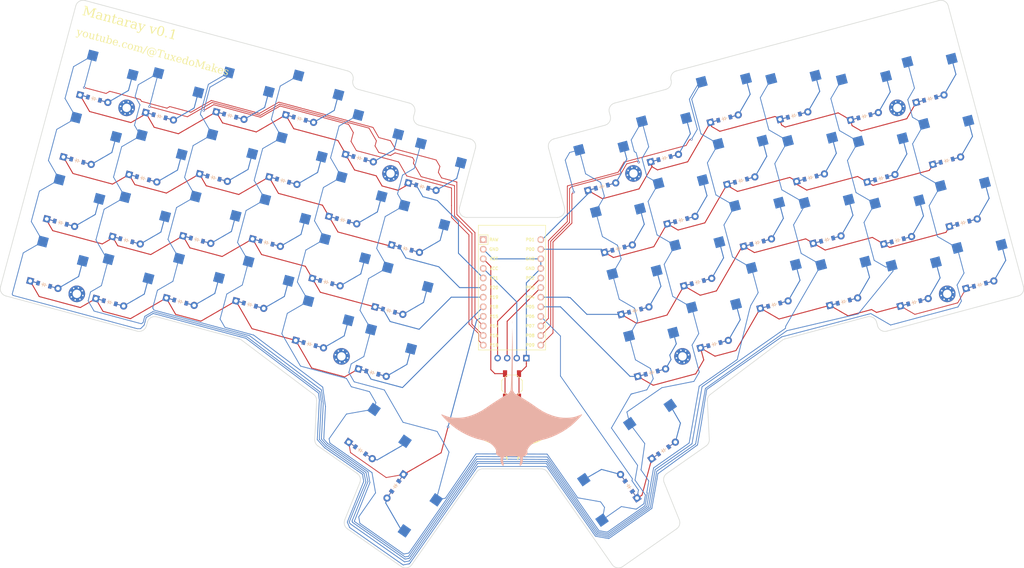
<source format=kicad_pcb>
(kicad_pcb (version 20240108) (generator "pcbnew") (generator_version "8.0")
  (title_block (title "aconcagua") (rev "v1.0.0") (company "Unknown"))
  (layers (0 "F.Cu" signal) (31 "B.Cu" signal) (34 "B.Paste" user) (35 "F.Paste" user) (36 "B.SilkS" user "B.Silkscreen") (37 "F.SilkS" user "F.Silkscreen") (38 "B.Mask" user) (39 "F.Mask" user) (44 "Edge.Cuts" user))
  (net 0 "")
  (net 1 "P14")
  (net 2 "outer_bottom")
  (net 3 "outer_home")
  (net 4 "outer_top")
  (net 5 "outer_num")
  (net 6 "P16")
  (net 7 "pinky_bottom")
  (net 8 "pinky_home")
  (net 9 "pinky_top")
  (net 10 "pinky_num")
  (net 11 "P10")
  (net 12 "ring_bottom")
  (net 13 "ring_home")
  (net 14 "ring_top")
  (net 15 "ring_num")
  (net 16 "P7")
  (net 17 "middle_bottom")
  (net 18 "middle_home")
  (net 19 "middle_top")
  (net 20 "middle_num")
  (net 21 "P8")
  (net 22 "index_bottom")
  (net 23 "index_home")
  (net 24 "index_top")
  (net 25 "index_num")
  (net 26 "P9")
  (net 27 "inner_bottom")
  (net 28 "inner_home")
  (net 29 "inner_top")
  (net 30 "inner_num")
  (net 31 "layer_cluster")
  (net 32 "space_cluster")
  (net 33 "mirror_outer_bottom")
  (net 34 "mirror_outer_home")
  (net 35 "mirror_outer_top")
  (net 36 "mirror_outer_num")
  (net 37 "mirror_pinky_bottom")
  (net 38 "mirror_pinky_home")
  (net 39 "mirror_pinky_top")
  (net 40 "mirror_pinky_num")
  (net 41 "mirror_ring_bottom")
  (net 42 "mirror_ring_home")
  (net 43 "mirror_ring_top")
  (net 44 "mirror_ring_num")
  (net 45 "mirror_middle_bottom")
  (net 46 "mirror_middle_home")
  (net 47 "mirror_middle_top")
  (net 48 "mirror_middle_num")
  (net 49 "mirror_index_bottom")
  (net 50 "mirror_index_home")
  (net 51 "mirror_index_top")
  (net 52 "mirror_index_num")
  (net 53 "mirror_inner_bottom")
  (net 54 "mirror_inner_home")
  (net 55 "mirror_inner_top")
  (net 56 "mirror_inner_num")
  (net 57 "mirror_layer_cluster")
  (net 58 "mirror_space_cluster")
  (net 59 "P18")
  (net 60 "P19")
  (net 61 "P20")
  (net 62 "P21")
  (net 63 "P15")
  (net 64 "P5")
  (net 65 "P4")
  (net 66 "P0")
  (net 67 "P1")
  (net 68 "P6")
  (net 69 "RAW")
  (net 70 "GND")
  (net 71 "RST")
  (net 72 "VCC")
  (net 73 "P2")
  (net 74 "P3")
  (footprint "E73:SW_TACT_ALPS_SKQGABE010" (layer "F.Cu") (at 171.885023 215.984219 -90)
    (property "Reference" "B1" (hide yes))
    (property "Value" "" (hide yes))
  )
  (footprint "PG1350" (layer "F.Cu") (at 75.438418 156.314262 -15)
    (property "Reference" "S7" (hide yes))
    (property "Value" "" (hide yes))
  )
  (footprint "PG1350" (layer "F.Cu") (at 277.131434 189.155752 15)
    (property "Reference" "S31" (hide yes))
    (property "Value" "" (hide yes))
  )
  (footprint "ComboDiode" (layer "F.Cu") (at 274.025578 177.564636 15)
    (property "Reference" "D32" (hide yes))
    (property "Value" "" (hide yes))
  )
  (footprint "PG1350" (layer "F.Cu") (at 215.395119 167.392732 15)
    (property "Reference" "S45" (hide yes))
    (property "Value" "" (hide yes))
  )
  (footprint "MountingHole_2.2mm_M2_Pad_Via" (layer "F.Cu") (at 217.04161 208.310856 15)
    (property "Reference" "_8" (hide yes))
    (property "Value" "")
  )
  (footprint "PG1350" (layer "F.Cu") (at 58.051718 151.655528 -15)
    (property "Reference" "S3" (hide yes))
    (property "Value" "" (hide yes))
  )
  (footprint "ComboDiode" (layer "F.Cu") (at 127.080781 172.222364 -15)
    (property "Reference" "D19" (hide yes))
    (property "Value" "" (hide yes))
  )
  (footprint "PG1350" (layer "F.Cu") (at 290.118179 168.076282 15)
    (property "Reference" "S28" (hide yes))
    (property "Value" "" (hide yes))
  )
  (footprint "PG1350" (layer "F.Cu") (at 103.741293 189.779913 -15)
    (property "Reference" "S13" (hide yes))
    (property "Value" "" (hide yes))
  )
  (footprint "PG1350" (layer "F.Cu") (at 245.250893 139.722658 15)
    (property "Reference" "S38" (hide yes))
    (property "Value" "" (hide yes))
  )
  (footprint "ComboDiode" (layer "F.Cu") (at 106.847087 178.18881 -15)
    (property "Reference" "D14" (hide yes))
    (property "Value" "" (hide yes))
  )
  (footprint "PG1350" (layer "F.Cu") (at 119.575038 200.234206 -15)
    (property "Reference" "S17" (hide yes))
    (property "Value" "" (hide yes))
  )
  (footprint "ComboDiode" (layer "F.Cu") (at 225.489082 205.06384 15)
    (property "Reference" "D43" (hide yes))
    (property "Value" "" (hide yes))
  )
  (footprint "PG1350" (layer "F.Cu") (at 85.31934 188.984853 -15)
    (property "Reference" "S9" (hide yes))
    (property "Value" "" (hide yes))
  )
  (footprint "ComboDiode" (layer "F.Cu") (at 131.48071 155.801619 -15)
    (property "Reference" "D20" (hide yes))
    (property "Value" "" (hide yes))
  )
  (footprint "PG1350" (layer "F.Cu") (at 116.941015 140.517682 -15)
    (property "Reference" "S16" (hide yes))
    (property "Value" "" (hide yes))
  )
  (footprint "ComboDiode" (layer "F.Cu") (at 250.944913 160.973015 15)
    (property "Reference" "D37" (hide yes))
    (property "Value" "" (hide yes))
  )
  (footprint "PG1350" (layer "F.Cu") (at 272.731518 172.735022 15)
    (property "Reference" "S32" (hide yes))
    (property "Value" "" (hide yes))
  )
  (footprint "PG1350" (layer "F.Cu") (at 231.228897 156.938439 15)
    (property "Reference" "S41" (hide yes))
    (property "Value" "" (hide yes))
  )
  (footprint "LOGO" (layer "F.Cu") (at 172.000975 223.627034 180)
    (property "Reference" "G***" (hide yes))
    (property "Value" "LOGO" (hide yes))
  )
  (footprint "ComboDiode" (layer "F.Cu") (at 69.744418 177.564671 -15)
    (property "Reference" "D6" (hide yes))
    (property "Value" "" (hide yes))
  )
  (footprint "PG1350" (layer "F.Cu") (at 128.374901 167.392737 -15)
    (property "Reference" "S19" (hide yes))
    (property "Value" "" (hide yes))
  )
  (footprint "ComboDiode" (layer "F.Cu") (at 97.225006 144.552261 -15)
    (property "Reference" "D12" (hide yes))
    (property "Value" "" (hide yes))
  )
  (footprint "ComboDiode" (layer "F.Cu") (at 143.690993 179.778897 -15)
    (property "Reference" "D23" (hide yes))
    (property "Value" "" (hide yes))
  )
  (footprint "PG1350" (layer "F.Cu") (at 268.331584 156.314276 15)
    (property "Reference" "S33" (hide yes))
    (property "Value" "" (hide yes))
  )
  (footprint "PG1350" (layer "F.Cu") (at 294.518118 184.497017 15)
    (property "Reference" "S27" (hide yes))
    (property "Value" "" (hide yes))
  )
  (footprint "PG1350" (layer "F.Cu") (at 132.774787 150.971975 -15)
    (property "Reference" "S20" (hide yes))
    (property "Value" "" (hide yes))
  )
  (footprint "lib:OLED_headers" (layer "F.Cu") (at 165.885013 210.369989 90)
    (property "Reference" "OLED1" (hide yes))
    (property "Value" "OLED")
  )
  (footprint "PG1350" (layer "F.Cu") (at 198.784932 174.949249 15)
    (property "Reference" "S49" (hide yes))
    (property "Value" "" (hide yes))
  )
  (footprint "ComboDiode" (layer "F.Cu") (at 131.745874 233.206184 -35)
    (property "Reference" "D25" (hide yes))
    (property "Value" "" (hide yes))
  )
  (footprint "ComboDiode" (layer "F.Cu") (at 216.689228 172.222354 15)
    (property "Reference" "D45" (hide yes))
    (property "Value" "" (hide yes))
  )
  (footprint "PG1350" (layer "F.Cu") (at 207.58478 207.790722 15)
    (property "Reference" "S47" (hide yes))
    (property "Value" "" (hide yes))
  )
  (footprint "ComboDiode" (layer "F.Cu") (at 52.357724 172.905898 -15)
    (property "Reference" "D2" (hide yes))
    (property "Value" "" (hide yes))
  )
  (footprint "ComboDiode" (layer "F.Cu") (at 200.079025 179.778874 15)
    (property "Reference" "D49" (hide yes))
    (property "Value" "" (hide yes))
  )
  (footprint "ComboDiode" (layer "F.Cu") (at 282.61241 140.064414 15)
    (property "Reference" "D30" (hide yes))
    (property "Value" "" (hide yes))
  )
  (footprint "PG1350" (layer "F.Cu") (at 149.384994 158.528509 -15)
    (property "Reference" "S24" (hide yes))
    (property "Value" "" (hide yes))
  )
  (footprint "ComboDiode" (layer "F.Cu") (at 232.522984 161.768059 15)
    (property "Reference" "D41" (hide yes))
    (property "Value" "" (hide yes))
  )
  (footprint "PG1350" (layer "F.Cu") (at 144.985061 174.949257 -15)
    (property "Reference" "S23" (hide yes))
    (property "Value" "" (hide yes))
  )
  (footprint "ComboDiode" (layer "F.Cu") (at 148.090907 163.358141 -15)
    (property "Reference" "D24" (hide yes))
    (property "Value" "" (hide yes))
  )
  (footprint "ComboDiode" (layer "F.Cu") (at 92.825072 160.973 -15)
    (property "Reference" "D11" (hide yes))
    (property "Value" "" (hide yes))
  )
  (footprint "PG1350" (layer "F.Cu") (at 94.119162 156.143377 -15)
    (property "Reference" "S11" (hide yes))
    (property "Value" "" (hide yes))
  )
  (footprint "ComboDiode" (layer "F.Cu") (at 265.225778 144.723168 15)
    (property "Reference" "D34" (hide yes))
    (property "Value" "" (hide yes))
  )
  (footprint "MountingHole_2.2mm_M2_Pad_Via" (layer "F.Cu") (at 126.728388 208.310843 -15)
    (property "Reference" "_4" (hide yes))
    (property "Value" "")
  )
  (footprint "PG1350" (layer "F.Cu") (at 53.651838 168.076258 -15)
    (property "Reference" "S2" (hide yes))
    (property "Value" "" (hide yes))
  )
  (footprint "ComboDiode" (layer "F.Cu") (at 212.024144 233.206167 35)
    (property "Reference" "D51" (hide yes))
    (property "Value" "" (hide yes))
  )
  (footprint "PG1350" (layer "F.Cu") (at 98.519102 139.72265 -15)
    (property "Reference" "S12" (hide yes))
    (property "Value" "" (hide yes))
  )
  (footprint "ComboDiode" (layer "F.Cu") (at 212.289316 155.801609 15)
    (property "Reference" "D46" (hide yes))
    (property "Value" "" (hide yes))
  )
  (footprint "PG1350" (layer "F.Cu") (at 226.828959 140.517717 15)
    (property "Reference" "S42" (hide yes))
    (property "Value" "" (hide yes))
  )
  (footprint "ComboDiode" (layer "F.Cu") (at 241.322838 194.609548 15)
    (property "Reference" "D39" (hide yes))
    (property "Value" "" (hide yes))
  )
  (footprint "PG1350" (layer "F.Cu") (at 89.719241 172.564133 -15)
    (property "Reference" "S10" (hide yes))
    (property "Value" "" (hide yes))
  )
  (footprint "ComboDiode" (layer "F.Cu") (at 287.012355 156.485156 15)
    (property "Reference" "D29" (hide yes))
    (property "Value" "" (hide yes))
  )
  (footprint "ComboDiode" (layer "F.Cu") (at 56.757662 156.485163 -15)
    (property "Reference" "D3" (hide yes))
    (property "Value" "" (hide yes))
  )
  (footprint "PG1350" (layer "F.Cu") (at 219.795079 183.813457 15)
    (property "Reference" "S44" (hide yes))
    (property "Value" "" (hide yes))
  )
  (footprint "MountingHole_2.2mm_M2_Pad_Via" (layer "F.Cu") (at 287.144731 191.752635 15)
    (property "Reference" "_6" (hide yes))
    (property "Value" "")
  )
  (footprint "PG1350" (layer "F.Cu") (at 145.056656 245.578466 -125)
    (property "Reference" "S26" (hide yes))
    (property "Value" "" (hide yes))
  )
  (footprint "ComboDiode" (layer "F.Cu") (at 291.412288 172.90588 15)
    (property "Reference" "D28" (hide yes))
    (property "Value" "" (hide yes))
  )
  (footprint "ComboDiode" (layer "F.Cu") (at 236.922918 178.188795 15)
    (property "Reference" "D40" (hide yes))
    (property "Value" "" (hide yes))
  )
  (footprint "ComboDiode" (layer "F.Cu") (at 221.08916 188.643104 15)
    (property "Reference" "D44" (hide yes))
    (property "Value" "" (hide yes))
  )
  (footprint "MountingHole_2.2mm_M2_Pad_Via" (layer "F.Cu") (at 273.944989 142.490376 15)
    (property "Reference" "_5" (hide yes))
    (property "Value" "")
  )
  (footprint "ComboDiode" (layer "F.Cu") (at 102.44717 194.609538 -15)
    (property "Reference" "D13" (hide yes))
    (property "Value" "" (hide yes))
  )
  (footprint "PG1350" (layer "F.Cu") (at 66.638568 189.155778 -15)
    (property "Reference" "S5" (hide yes))
    (property "Value" "" (hide yes))
  )
  (footprint "ComboDiode" (layer "F.Cu") (at 269.625669 161.143899 15)
    (property "Reference" "D33" (hide yes))
    (property "Value" "" (hide yes))
  )
  (footprint "PG1350" (layer "F.Cu") (at 194.384986 158.528513 15)
    (property "Reference" "S50" (hide yes))
    (property "Value" "" (hide yes))
  )
  (footprint "ComboDiode" (layer "F.Cu") (at 204.47894 196.199625 15)
    (property "Reference" "D48" (hide yes))
    (property "Value" "" (hide yes))
  )
  (footprint "PG1350" (layer "F.Cu") (at 49.25191 184.497009 -15)
    (property "Reference" "S1" (hide yes))
    (property "Value" "" (hide yes))
  )
  (footprint "PG1350" (layer "F.Cu") (at 79.838354 139.893544 -15)
    (property "Reference" "S8" (hide yes))
    (property "Value" "" (hide yes))
  )
  (footprint "ComboDiode" (layer "F.Cu") (at 228.12308 145.347312 15)
    (property "Reference" "D42" (hide yes))
    (property "Value" "" (hide yes))
  )
  (footprint "ComboDiode" (layer "F.Cu") (at 295.81218 189.32663 15)
    (property "Reference" "D27" (hide yes))
    (property "Value" "" (hide yes))
  )
  (footprint "ComboDiode" (layer "F.Cu") (at 111.247043 161.768068 -15)
    (property "Reference" "D15" (hide yes))
    (property "Value" "" (hide yes))
  )
  (footprint "PG1350" (layer "F.Cu") (at 281.318317 135.234824 15)
    (property "Reference" "S30" (hide yes))
    (property "Value" "" (hide yes))
  )
  (footprint "ProMicro" (layer "F.Cu") (at 171.884995 191.369977 -90)
    (property "Reference" "MCU1" (hide yes))
    (property "Value" "" (hide yes))
  )
  (footprint "ComboDiode" (layer "F.Cu") (at 61.157577 140.064425 -15)
    (property "Reference" "D4" (hide yes))
    (property "Value" "" (hide yes))
  )
  (footprint "PG1350" (layer "F.Cu") (at 71.038496 172.735046 -15)
    (property "Reference" "S6" (hide yes))
    (property "Value" "" (hide yes))
  )
  (footprint "ComboDiode" (layer "F.Cu") (at 122.680872 188.643092 -15)
    (property "Reference" "D18" (hide yes))
    (property "Value" "" (hide yes))
  )
  (footprint "PG1350" (layer "F.Cu") (at 198.713385 245.578454 125)
    (property "Reference" "S52" (hide yes))
    (property "Value" "" (hide yes))
  )
  (footprint "PG1350" (layer "F.Cu") (at 263.931668 139.893525 15)
    (property "Reference" "S34" (hide yes))
    (property "Value" "" (hide yes))
  )
  (footprint "MountingHole_2.2mm_M2_Pad_Via" (layer "F.Cu") (at 56.625243 191.752584 -15)
    (property "Reference" "_2" (hide yes))
    (property "Value" "")
  )
  (footprint "PG1350" (layer "F.Cu") (at 240.028737 189.779921 15)
    (property "Reference" "S39" (hide yes))
    (property "Value" "" (hide yes))
  )
  (footprint "ComboDiode" (layer "F.Cu") (at 259.744778 193.814514 15)
    (property "Reference" "D35" (hide yes))
    (property "Value" "" (hide yes))
  )
  (footprint "MountingHole_2.2mm_M2_Pad_Via" (layer "F.Cu") (at 204.061866 159.869664 15)
    (property "Reference" "_7" (hide yes))
    (property "Value" "")
  )
  (footprint "PG1350" (layer "F.Cu") (at 285.718263 151.655522 15)
    (property "Reference" "S29" (hide yes))
    (property "Value" "" (hide yes))
  )
  (footprint "PG1350" (layer "F.Cu") (at 254.050749 172.564136 15)
    (property "Reference" "S36" (hide yes))
    (property "Value" "" (hide yes))
  )
  (footprint "ComboDiode" (layer "F.Cu") (at 47.957813 189.326652 -15)
    (property "Reference" "D1" (hide yes))
    (property "Value" "" (hide yes))
  )
  (footprint "ComboDiode" (layer "F.Cu") (at 88.425159 177.393753 -15)
    (property "Reference" "D10" (hide yes))
    (property "Value" "" (hide yes))
  )
  (footprint "ComboDiode" (layer "F.Cu") (at 84.025244 193.814506 -15)
    (property "Reference" "D9" (hide yes))
    (property "Value" "" (hide yes))
  )
  (footprint "ComboDiode" (layer "F.Cu") (at 278.425536 193.985395 15)
    (property "Reference" "D31" (hide yes))
    (property "Value" "" (hide yes))
  )
  (footprint "ComboDiode" (layer "F.Cu") (at 134.891137 212.620359 -15)
    (property "Reference" "D21" (hide yes))
    (property "Value" "" (hide yes))
  )
  (footprint "PG1350" (layer "F.Cu") (at 112.541121 156.938428 -15)
    (property "Reference" "S15" (hide yes))
    (property "Value" "" (hide yes))
  )
  (footprint "PG1350" (layer "F.Cu") (at 140.585159 191.369969 -15)
    (property "Reference" "S22" (hide yes))
    (property "Value" "" (hide yes))
  )
  (footprint "ComboDiode" (layer "F.Cu") (at 195.679107 163.35817 15)
    (property "Reference" "D50" (hide yes))
    (property "Value" "" (hide yes))
  )
  (footprint "ComboDiode" (layer "F.Cu") (at 255.344849 177.393754 15)
    (property "Reference" "D36" (hide yes))
    (property "Value" "" (hide yes))
  )
  (footprint "PG1350" (layer "F.Cu") (at 134.613748 229.110453 -35)
    (property "Reference" "S25" (hide yes))
    (property "Value" "" (hide yes))
  )
  (footprint "ComboDiode" (layer "F.Cu") (at 208.878863 212.620371 15)
    (property "Reference" "D47" (hide yes))
    (property "Value" "" (hide yes))
  )
  (footprint "PG1350" (layer "F.Cu") (at 258.450674 188.984856 15)
    (property "Reference" "S35" (hide yes))
    (property "Value" "" (hide yes))
  )
  (footprint "PG1350" (layer "F.Cu") (at 249.650866 156.143399 15)
    (property "Reference" "S37" (hide yes))
    (property "Value" "" (hide yes))
  )
  (footprint "PG1350" (layer "F.Cu") (at 203.184862 191.369985 15)
    (property "Reference" "S48" (hide yes))
    (property "Value" "" (hide yes))
  )
  (footprint "PG1350" (layer "F.Cu") (at 62.451694 135.234796 -15)
    (property "Reference" "S4" (hide yes))
    (property "Value" "" (hide yes))
  )
  (footprint "MountingHole_2.2mm_M2_Pad_Via" (layer "F.Cu") (at 69.825015 142.490376 -15)
    (property "Reference" "_1" (hide yes))
    (property "Value" "")
  )
  (footprint "PG1350" (layer "F.Cu") (at 209.156275 229.110466 35)
    (property "Reference" "S51" (hide yes))
    (property "Value" "" (hide yes))
  )
  (footprint "ComboDiode" (layer "F.Cu") (at 139.291092 196.199633 -15)
    (property "Reference" "D22" (hide yes))
    (property "Value" "" (hide yes))
  )
  (footprint "ComboDiode" (layer "F.Cu") (at 74.144335 161.143909 -15)
    (property "Reference" "D7" (hide yes))
    (property "Value" "" (hide yes))
  )
  (footprint "ComboDiode" (layer "F.Cu") (at 246.545007 144.552269 15)
    (property "Reference" "D38" (hide yes))
    (property "Value" "" (hide yes))
  )
  (footprint "ComboDiode" (layer "F.Cu") (at 118.280929 205.063819 -15)
    (property "Reference" "D17" (hide yes))
    (property "Value" "" (hide yes))
  )
  (footprint "MountingHole_2.2mm_M2_Pad_Via" (layer "F.Cu") (at 139.708161 159.869683 -15)
    (property "Reference" "_3" (hide yes))
    (property "Value" "")
  )
  (footprint "PG1350" (layer "F.Cu") (at 224.194986 200.234182 15)
    (property "Reference" "S43" (hide yes))
    (property "Value" "" (hide yes))
  )
  (footprint "PG1350" (layer "F.Cu") (at 210.995215 150.972008 15)
    (property "Reference" "S46" (hide yes))
    (property "Value" "" (hide yes))
  )
  (footprint "ComboDiode" (layer "F.Cu") (at 78.544267 144.723147 -15)
    (property "Reference" "D8" (hide yes))
    (property "Value" "" (hide yes))
  )
  (footprint "PG1350" (layer "F.Cu") (at 108.141202 173.359152 -15)
    (property "Reference" "S14" (hide yes))
    (property "Value" "" (hide yes))
  )
  (footprint "ComboDiode" (layer "F.Cu") (at 140.960902 242.710587 -125)
    (property "Reference" "D26" (hide yes))
    (property "Value" "" (hide yes))
  )
  (footprint "PG1350" (layer "F.Cu") (at 123.974945 183.813471 -15)
    (property "Reference" "S18" (hide yes))
    (property "Value" "" (hide yes))
  )
  (footprint "ComboDiode" (layer "F.Cu") (at 202.809128 242.710577 125)
    (property "Reference" "D52" (hide yes))
    (property "Value" "" (hide yes))
  )
  (footprint "PG1350" (layer "F.Cu") (at 136.185235 207.790727 -15)
    (property "Reference" "S21" (hide yes))
    (property "Value" "" (hide yes))
  )
  (footprint "PG1350" (layer "F.Cu") (at 235.628811 173.35916 15)
    (property "Reference" "S40" (hide yes))
    (property "Value" "" (hide yes))
  )
  (footprint "ComboDiode" (layer "F.Cu") (at 115.646949 145.34733 -15)
    (property "Reference" "D16" (hide yes))
    (property "Value" "" (hide yes))
  )
  (footprint "ComboDiode" (layer "F.Cu") (at 65.344477 193.985381 -15)
    (property "Reference" "D5" (hide yes))
    (property "Value" "" (hide yes))
  )
  (footprint "LOGO" (layer "B.Cu") (at 171.798373 217.146232)
    (property "Reference" "G***" (hide yes))
    (property "Value" "LOGO" (hide yes))
  )
  (gr_arc (start 216.180069 251.595839) (mid 216.244531 252.914107) (end 215.473731 253.985499) (stroke (width 0.15)) (layer "Edge.Cuts"))
  (gr_arc (start 214.003813 135.154321) (mid 213.804077 136.672001) (end 212.589613 137.603813) (stroke (width 0.15)) (layer "Edge.Cuts"))
  (gr_arc (start 284.964684 114.069871) (mid 286.482321 114.269682) (end 287.414187 115.484082) (stroke (width 0.15)) (layer "Edge.Cuts"))
  (gr_line (start 198.429105 263.47871) (end 181.24543 238.937873) (stroke (width 0.15)) (layer "Edge.Cuts"))
  (gr_arc (start 144.703374 141.227296) (mid 145.917784 142.159155) (end 146.117573 143.676784) (stroke (width 0.15)) (layer "Edge.Cuts"))
  (gr_line (start 185.802814 169.000103) (end 181.559858 153.165153) (stroke (width 0.15)) (layer "Edge.Cuts"))
  (gr_line (start 265.997902 197.832995) (end 244.157179 203.685195) (stroke (width 0.15)) (layer "Edge.Cuts"))
  (gr_arc (start 37.840989 192.309845) (mid 36.626569 191.377995) (end 36.426746 189.86038) (stroke (width 0.15)) (layer "Edge.Cuts"))
  (gr_arc (start 128.296283 253.985509) (mid 127.525478 252.914101) (end 127.589948 251.595805) (stroke (width 0.15)) (layer "Edge.Cuts"))
  (gr_arc (start 75.322589 199.247192) (mid 76.254449 198.032764) (end 77.77211 197.833003) (stroke (width 0.15)) (layer "Edge.Cuts"))
  (gr_line (start 99.61285 203.685192) (end 77.77211 197.833003) (stroke (width 0.15)) (layer "Edge.Cuts"))
  (gr_arc (start 212.172967 241.711355) (mid 212.10849 240.393067) (end 212.879295 239.32169) (stroke (width 0.15)) (layer "Edge.Cuts"))
  (gr_line (start 159.899027 171.517721) (end 183.870979 171.517754) (stroke (width 0.15)) (layer "Edge.Cuts"))
  (gr_arc (start 130.890686 239.321672) (mid 131.661493 240.393078) (end 131.597058 241.711391) (stroke (width 0.15)) (layer "Edge.Cuts"))
  (gr_line (start 162.210168 153.165152) (end 157.967204 169.000086) (stroke (width 0.15)) (layer "Edge.Cuts"))
  (gr_line (start 243.471076 204.019863) (end 224.419844 218.377566) (stroke (width 0.15)) (layer "Edge.Cuts"))
  (gr_arc (start 145.340892 263.478695) (mid 144.0499 264.301209) (end 142.555445 263.969871) (stroke (width 0.15)) (layer "Edge.Cuts"))
  (gr_arc (start 197.911246 144.642691) (mid 197.711421 146.160321) (end 196.497033 147.092198) (stroke (width 0.15)) (layer "Edge.Cuts"))
  (gr_arc (start 197.652431 143.676776) (mid 197.852201 142.159129) (end 199.06663 141.2273) (stroke (width 0.15)) (layer "Edge.Cuts"))
  (gr_line (start 215.473731 253.985499) (end 201.214567 263.969882) (stroke (width 0.15)) (layer "Edge.Cuts"))
  (gr_line (start 131.180408 137.603807) (end 144.70334 141.227314) (stroke (width 0.15)) (layer "Edge.Cuts"))
  (gr_arc (start 214.003808 135.154362) (mid 214.203645 133.636736) (end 215.418046 132.704843) (stroke (width 0.15)) (layer "Edge.Cuts"))
  (gr_arc (start 201.214567 263.969882) (mid 199.720101 264.301184) (end 198.429105 263.47871) (stroke (width 0.15)) (layer "Edge.Cuts"))
  (gr_line (start 130.890686 239.321672) (end 120.485781 232.036093) (stroke (width 0.15)) (layer "Edge.Cuts"))
  (gr_line (start 119.350181 218.377567) (end 100.2989 204.019831) (stroke (width 0.15)) (layer "Edge.Cuts"))
  (gr_arc (start 147.272972 147.092191) (mid 146.058588 146.160331) (end 145.858767 144.642719) (stroke (width 0.15)) (layer "Edge.Cuts"))
  (gr_arc (start 119.350181 218.377567) (mid 119.957995 219.127175) (end 120.143986 220.074139) (stroke (width 0.15)) (layer "Edge.Cuts"))
  (gr_arc (start 128.351984 132.704852) (mid 129.566409 133.636685) (end 129.766215 135.154324) (stroke (width 0.15)) (layer "Edge.Cuts"))
  (gr_line (start 305.929033 192.309865) (end 271.155697 201.627336) (stroke (width 0.15)) (layer "Edge.Cuts"))
  (gr_line (start 199.06663 141.2273) (end 212.589613 137.603813) (stroke (width 0.15)) (layer "Edge.Cuts"))
  (gr_arc (start 99.612839 203.685192) (mid 99.971987 203.819467) (end 100.2989 204.019831) (stroke (width 0.15)) (layer "Edge.Cuts"))
  (gr_line (start 72.614293 201.627354) (end 37.840969 192.309858) (stroke (width 0.15)) (layer "Edge.Cuts"))
  (gr_arc (start 243.471116 204.019841) (mid 243.798033 203.819483) (end 244.157179 203.685195) (stroke (width 0.15)) (layer "Edge.Cuts"))
  (gr_line (start 119.63543 230.298434) (end 120.143986 220.074139) (stroke (width 0.15)) (layer "Edge.Cuts"))
  (gr_arc (start 56.35583 115.484077) (mid 57.287675 114.269639) (end 58.805314 114.069884) (stroke (width 0.15)) (layer "Edge.Cuts"))
  (gr_line (start 179.60712 238.084997) (end 164.162899 238.085008) (stroke (width 0.15)) (layer "Edge.Cuts"))
  (gr_line (start 75.322589 199.247192) (end 75.063776 200.213105) (stroke (width 0.15)) (layer "Edge.Cuts"))
  (gr_arc (start 162.524606 238.937864) (mid 163.239428 238.311048) (end 164.162899 238.085008) (stroke (width 0.15)) (layer "Edge.Cuts"))
  (gr_line (start 146.117573 143.676784) (end 145.858767 144.642719) (stroke (width 0.15)) (layer "Edge.Cuts"))
  (gr_line (start 197.911223 144.64271) (end 197.652431 143.676776) (stroke (width 0.15)) (layer "Edge.Cuts"))
  (gr_arc (start 159.899035 171.517745) (mid 158.312309 170.735269) (end 157.967204 169.000086) (stroke (width 0.15)) (layer "Edge.Cuts"))
  (gr_arc (start 120.485781 232.036093) (mid 119.836531 231.276917) (end 119.63543 230.298434) (stroke (width 0.15)) (layer "Edge.Cuts"))
  (gr_line (start 36.426746 189.86038) (end 56.35583 115.484077) (stroke (width 0.15)) (layer "Edge.Cuts"))
  (gr_arc (start 185.802827 169.000104) (mid 185.457657 170.735248) (end 183.870979 171.517754) (stroke (width 0.15)) (layer "Edge.Cuts"))
  (gr_arc (start 75.063776 200.213105) (mid 74.131932 201.427529) (end 72.614293 201.627354) (stroke (width 0.15)) (layer "Edge.Cuts"))
  (gr_line (start 223.284211 232.036078) (end 212.879295 239.32169) (stroke (width 0.15)) (layer "Edge.Cuts"))
  (gr_arc (start 160.795926 150.715665) (mid 162.01038 151.6475) (end 162.210151 153.165162) (stroke (width 0.15)) (layer "Edge.Cuts"))
  (gr_line (start 58.805314 114.069884) (end 128.351973 132.704824) (stroke (width 0.15)) (layer "Edge.Cuts"))
  (gr_line (start 215.418046 132.704843) (end 284.964684 114.069871) (stroke (width 0.15)) (layer "Edge.Cuts"))
  (gr_line (start 147.272958 147.092203) (end 160.795926 150.715665) (stroke (width 0.15)) (layer "Edge.Cuts"))
  (gr_arc (start 307.343238 189.860377) (mid 307.143419 191.377986) (end 305.929033 192.309865) (stroke (width 0.15)) (layer "Edge.Cuts"))
  (gr_line (start 268.706176 200.213136) (end 268.44741 199.247199) (stroke (width 0.15)) (layer "Edge.Cuts"))
  (gr_line (start 212.172967 241.711355) (end 216.180069 251.595839) (stroke (width 0.15)) (layer "Edge.Cuts"))
  (gr_line (start 162.524606 238.937864) (end 145.340892 263.478695) (stroke (width 0.15)) (layer "Edge.Cuts"))
  (gr_arc (start 179.60712 238.084997) (mid 180.530633 238.310969) (end 181.24543 238.937873) (stroke (width 0.15)) (layer "Edge.Cuts"))
  (gr_line (start 223.62601 220.074121) (end 224.13459 230.298422) (stroke (width 0.15)) (layer "Edge.Cuts"))
  (gr_arc (start 223.62601 220.074121) (mid 223.812066 219.127183) (end 224.419844 218.377566) (stroke (width 0.15)) (layer "Edge.Cuts"))
  (gr_arc (start 181.559839 153.165161) (mid 181.759629 151.64747) (end 182.974099 150.71564) (stroke (width 0.15)) (layer "Edge.Cuts"))
  (gr_line (start 287.414187 115.484082) (end 307.343238 189.860377) (stroke (width 0.15)) (layer "Edge.Cuts"))
  (gr_arc (start 131.180408 137.603807) (mid 129.966041 136.671947) (end 129.766215 135.154324) (stroke (width 0.15)) (layer "Edge.Cuts"))
  (gr_line (start 127.589948 251.595805) (end 131.597058 241.711391) (stroke (width 0.15)) (layer "Edge.Cuts"))
  (gr_line (start 182.974099 150.71564) (end 196.497033 147.092198) (stroke (width 0.15)) (layer "Edge.Cuts"))
  (gr_line (start 142.555445 263.969871) (end 128.296283 253.985509) (stroke (width 0.15)) (layer "Edge.Cuts"))
  (gr_arc (start 265.997902 197.832995) (mid 267.515517 198.032819) (end 268.44741 199.247199) (stroke (width 0.15)) (layer "Edge.Cuts"))
  (gr_arc (start 224.13459 230.298422) (mid 223.933473 231.276901) (end 223.284211 232.036078) (stroke (width 0.15)) (layer "Edge.Cuts"))
  (gr_arc (start 271.155697 201.627336) (mid 269.638084 201.427516) (end 268.706176 200.213136) (stroke (width 0.15)) (layer "Edge.Cuts"))
  (gr_text "Mantaray v0.1" (at 57.791044 118.251021 345) (layer "F.SilkS") (effects (font (size 2.5 2.5) (thickness 0.1)) (justify left bottom)))
  (gr_text "youtube.com/@TuxedoMakes" (at 56.3 123.5 -15) (layer "F.SilkS") (effects (font (size 2 2) (thickness 0.1)) (justify left bottom)))
  (segment (start 73.471773 140.277217) (end 65.357992 138.103154) (width 0.2) (layer "F.Cu") (net 1))
  (segment (start 162.069045 198.064014) (end 162.069025 197.930217) (width 0.2) (layer "F.Cu") (net 1))
  (segment (start 162.069031 175.530226) (end 157.268233 170.72944) (width 0.2) (layer "F.Cu") (net 1))
  (segment (start 65.357992 138.103154) (end 64.378199 138.668823) (width 0.2) (layer "F.Cu") (net 1))
  (segment (start 64.378199 138.668823) (end 58.582647 137.115911) (width 0.2) (layer "F.Cu") (net 1))
  (segment (start 157.268233 170.72944) (end 157.268248 162.13101) (width 0.2) (layer "F.Cu") (net 1))
  (segment (start 110.136338 140.991035) (end 104.992403 143.960878) (width 0.2) (layer "F.Cu") (net 1))
  (segment (start 136.612864 150.363012) (end 135.057231 147.668576) (width 0.2) (layer "F.Cu") (net 1))
  (segment (start 81.250949 142.154599) (end 80.516081 142.578872) (width 0.2) (layer "F.Cu") (net 1))
  (segment (start 157.268248 162.13101) (end 157.26902 162.130221) (width 0.2) (layer "F.Cu") (net 1))
  (segment (start 152.370816 159.554672) (end 152.784936 158.009188) (width 0.2) (layer "F.Cu") (net 1))
  (segment (start 162.069025 197.930217) (end 162.069031 175.530226) (width 0.2) (layer "F.Cu") (net 1))
  (segment (start 135.057231 147.668576) (end 110.136338 140.991035) (width 0.2) (layer "F.Cu") (net 1))
  (segment (start 86.853304 143.655763) (end 81.250949 142.154599) (width 0.2) (layer "F.Cu") (net 1))
  (segment (start 153.233531 161.048909) (end 152.370816 159.554672) (width 0.2) (layer "F.Cu") (net 1))
  (segment (start 164.265007 200.259997) (end 162.069045 198.064014) (width 0.2) (layer "F.Cu") (net 1))
  (segment (start 139.703819 151.191229) (end 136.612864 150.363012) (width 0.2) (layer "F.Cu") (net 1))
  (segment (start 80.516081 142.578872) (end 73.75461 140.767114) (width 0.2) (layer "F.Cu") (net 1))
  (segment (start 73.75461 140.767114) (end 73.471773 140.277217) (width 0.2) (layer "F.Cu") (net 1))
  (segment (start 104.992403 143.960878) (end 92.242192 140.544484) (width 0.2) (layer "F.Cu") (net 1))
  (segment (start 92.242192 140.544484) (end 86.853304 143.655763) (width 0.2) (layer "F.Cu") (net 1))
  (segment (start 151.794987 156.294544) (end 140.976613 153.395774) (width 0.2) (layer "F.Cu") (net 1))
  (segment (start 157.26902 162.130221) (end 153.233531 161.048909) (width 0.2) (layer "F.Cu") (net 1))
  (segment (start 140.976613 153.395774) (end 139.703819 151.191229) (width 0.2) (layer "F.Cu") (net 1))
  (segment (start 152.784936 158.009188) (end 151.794987 156.294544) (width 0.2) (layer "F.Cu") (net 1))
  (via (at 58.582647 137.115911) (size 0.6) (drill 0.3) (layers "F.Cu" "B.Cu") (net 1))
  (segment (start 281.014884 146.755914) (end 277.966405 152.035996) (width 0.2) (layer "B.Cu") (net 1))
  (segment (start 243.285351 203.155496) (end 223.475136 217.026753) (width 0.2) (layer "B.Cu") (net 1))
  (segment (start 55.761724 131.573661) (end 53.504748 139.996861) (width 0.2) (layer "B.Cu") (net 1))
  (segment (start 52.028399 161.481384) (end 46.719643 164.546392) (width 0.2) (layer "B.Cu") (net 1))
  (segment (start 220.667235 232.004248) (end 210.512698 239.381959) (width 0.2) (layer "B.Cu") (net 1))
  (segment (start 181.046511 237.48294) (end 162.793754 237.482944) (width 0.2) (layer "B.Cu") (net 1))
  (segment (start 60.828268 128.639901) (end 58.565216 137.085732) (width 0.2) (layer "B.Cu") (net 1))
  (segment (start 39.514629 191.820309) (end 39.71338 192.164532) (width 0.2) (layer "B.Cu") (net 1))
  (segment (start 101.38695 203.511116) (end 99.853349 203.100199) (width 0.2) (layer "B.Cu") (net 1))
  (segment (start 53.504748 139.996861) (end 56.428311 145.060647) (width 0.2) (layer "B.Cu") (net 1))
  (segment (start 144.581808 263.267633) (end 143.189076 263.513193) (width 0.2) (layer "B.Cu") (net 1))
  (segment (start 120.310422 230.345644) (end 120.862156 219.817982) (width 0.2) (layer "B.Cu") (net 1))
  (segment (start 51.310005 148.187591) (end 49.104822 156.417586) (width 0.2) (layer "B.Cu") (net 1))
  (segment (start 278.469551 137.256591) (end 276.693874 140.332133) (width 0.2) (layer "B.Cu") (net 1))
  (segment (start 284.534614 176.548934) (end 289.814727 179.597384) (width 0.2) (layer "B.Cu") (net 1))
  (segment (start 60.825526 128.650067) (end 55.761724 131.573661) (width 0.2) (layer "B.Cu") (net 1))
  (segment (start 210.291473 240.77876) (end 209.646151 244.438522) (width 0.2) (layer "B.Cu") (net 1))
  (segment (start 280.134697 160.128196) (end 285.41478 163.176645) (width 0.2) (layer "B.Cu") (net 1))
  (segment (start 277.939352 144.980239) (end 281.014884 146.755914) (width 0.2) (layer "B.Cu") (net 1))
  (segment (start 73.517419 200.978176) (end 72.60632 200.978174) (width 0.2) (layer "B.Cu") (net 1))
  (segment (start 223.424392 217.314494) (end 223.218693 218.481189) (width 0.2) (layer "B.Cu") (net 1))
  (segment (start 74.685707 199.20937) (end 74.46587 200.029724) (width 0.2) (layer "B.Cu") (net 1))
  (segment (start 276.614955 130.33517) (end 278.469551 137.256591) (width 0.2) (layer "B.Cu") (net 1))
  (segment (start 193.976142 255.937226) (end 193.366579 255.066673) (width 0.2) (layer "B.Cu") (net 1))
  (segment (start 144.966867 262.912518) (end 144.788902 263.166654) (width 0.2) (layer "B.Cu") (net 1))
  (segment (start 210.512698 239.381959) (end 210.291473 240.77876) (width 0.2) (layer "B.Cu") (net 1))
  (segment (start 223.475136 217.026753) (end 223.424392 217.314494) (width 0.2) (layer "B.Cu") (net 1))
  (segment (start 266.082672 197.189113) (end 243.287239 203.144722) (width 0.2) (layer "B.Cu") (net 1))
  (segment (start 60.828232 128.639908) (end 60.825526 128.650067) (width 0.2) (layer "B.Cu") (net 1))
  (segment (start 75.009412 198.00129) (end 74.685707 199.20937) (width 0.2) (layer "B.Cu") (net 1))
  (segment (start 285.38155 163.185582) (end 282.35741 168.423486) (width 0.2) (layer "B.Cu") (net 1))
  (segment (start 277.966405 152.035996) (end 280.134697 160.128196) (width 0.2) (layer "B.Cu") (net 1))
  (segment (start 282.35741 168.423486) (end 284.534614 176.548934) (width 0.2) (layer "B.Cu") (net 1))
  (segment (start 42.44158 180.896774) (end 41.74847 183.483517) (width 0.2) (layer "B.Cu") (net 1))
  (segment (start 162.793754 237.482944) (end 162.117452 238.426122) (width 0.2) (layer "B.Cu") (net 1))
  (segment (start 128.876944 253.628278) (end 128.269452 252.197136) (width 0.2) (layer "B.Cu") (net 1))
  (segment (start 162.117452 238.426122) (end 144.972608 262.911509) (width 0.2) (layer "B.Cu") (net 1))
  (segment (start 56.3738 145.263981) (end 51.310005 148.187591) (width 0.2) (layer "B.Cu") (net 1))
  (segment (start 44.563455 172.59336) (end 47.628473 177.902118) (width 0.2) (layer "B.Cu") (net 1))
  (segment (start 209.646151 244.438522) (end 208.91829 248.566428) (width 0.2) (layer "B.Cu") (net 1))
  (segment (start 76.172044 197.330036) (end 75.009412 198.00129) (width 0.2) (layer "B.Cu") (net 1))
  (segment (start 76.849725 196.938799) (end 76.794382 196.970756) (width 0.2) (layer "B.Cu") (net 1))
  (segment (start 99.850534 203.101843) (end 99.715287 203.06559) (width 0.2) (layer "B.Cu") (net 1))
  (segment (start 76.794382 196.970756) (end 76.172044 197.330036) (width 0.2) (layer "B.Cu") (net 1))
  (segment (start 49.104822 156.417586) (end 52.028399 161.481384) (width 0.2) (layer "B.Cu") (net 1))
  (segment (start 266.895423 196.971343) (end 266.082682 197.189117) (width 0.2) (layer "B.Cu") (net 1))
  (segment (start 99.853349 203.100199) (end 99.850534 203.101843) (width 0.2) (layer "B.Cu") (net 1))
  (segment (start 222.03188 225.974364) (end 221.01109 231.763478) (width 0.2) (layer "B.Cu") (net 1))
  (segment (start 243.287239 203.144722) (end 243.285351 203.155496) (width 0.2) (layer "B.Cu") (net 1))
  (segment (start 221.01109 231.763478) (end 220.667235 232.004248) (width 0.2) (layer "B.Cu") (net 1))
  (segment (start 290.899 193.674707) (end 290.011303 195.212261) (width 0.2) (layer "B.Cu") (net 1))
  (segment (start 120.862156 219.817982) (end 120.605743 217.993544) (width 0.2) (layer "B.Cu") (net 1))
  (segment (start 290.011303 195.212261) (end 272.141849 200.000369) (width 0.2) (layer "B.Cu") (net 1))
  (segment (start 128.877279 253.628548) (end 128.876944 253.628278) (width 0.2) (layer "B.Cu") (net 1))
  (segment (start 223.218693 218.481189) (end 222.03188 225.974364) (width 0.2) (layer "B.Cu") (net 1))
  (segment (start 122.271132 232.523182) (end 120.310422 230.345644) (width 0.2) (layer "B.Cu") (net 1))
  (segment (start 144.972608 262.911509) (end 144.966867 262.912518) (width 0.2) (layer "B.Cu") (net 1))
  (segment (start 74.46587 200.029724) (end 73.517419 200.978176) (width 0.2) (layer "B.Cu") (net 1))
  (segment (start 47.628489 177.90213) (end 42.44158 180.896774) (width 0.2) (layer "B.Cu") (net 1))
  (segment (start 41.74847 183.483517) (end 39.936731 190.244979) (width 0.2) (layer "B.Cu") (net 1))
  (segment (start 120.605743 217.993544) (end 101.38695 203.511116) (width 0.2) (layer "B.Cu") (net 1))
  (segment (start 142.702701 263.309192) (end 128.877279 253.628548) (width 0.2) (layer "B.Cu") (net 1))
  (segment (start 143.055272 263.536798) (end 142.993478 263.505549) (width 0.2) (layer "B.Cu") (net 1))
  (segment (start 77.683818 197.162309) (end 76.849725 196.938799) (width 0.2) (layer "B.Cu") (net 1))
  (segment (start 56.428311 145.060647) (end 56.3738 145.263981) (width 0.2) (layer "B.Cu") (net 1))
  (segment (start 39.936731 190.244979) (end 39.514629 191.820309) (width 0.2) (layer "B.Cu") (net 1))
  (segment (start 144.770395 263.192193) (end 144.722965 263.242728) (width 0.2) (layer "B.Cu") (net 1))
  (segment (start 143.189076 263.513193) (end 143.055272 263.536798) (width 0.2) (layer "B.Cu") (net 1))
  (segment (start 46.719643 164.546392) (end 44.563455 172.59336) (width 0.2) (layer "B.Cu") (net 1))
  (segment (start 276.693874 140.332133) (end 277.939352 144.980239) (width 0.2) (layer "B.Cu") (net 1))
  (segment (start 99.715287 203.06559) (end 77.683818 197.162309) (width 0.2) (layer "B.Cu") (net 1))
  (segment (start 285.41478 163.176645) (end 285.38155 163.185582) (width 0.2) (layer "B.Cu") (net 1))
  (segment (start 132.51954 240.877582) (end 132.280262 239.520472) (width 0.2) (layer "B.Cu") (net 1))
  (segment (start 291.593745 186.236851) (end 289.758003 189.416473) (width 0.2) (layer "B.Cu") (net 1))
  (segment (start 208.91829 248.566428) (end 197.503451 256.559182) (width 0.2) (layer "B.Cu") (net 1))
  (segment (start 39.71338 192.164532) (end 72.606317 200.978175) (width 0.2) (layer "B.Cu") (net 1))
  (segment (start 193.366579 255.066673) (end 181.072545 237.508977) (width 0.2) (layer "B.Cu") (net 1))
  (segment (start 132.617773 241.43468) (end 132.51954 240.877582) (width 0.2) (layer "B.Cu") (net 1))
  (segment (start 271.380729 199.560925) (end 266.895423 196.971343) (width 0.2) (layer "B.Cu") (net 1))
  (segment (start 58.565216 137.085732) (end 58.582647 137.115911) (width 0.2) (layer "B.Cu") (net 1))
  (segment (start 142.993478 263.505549) (end 142.702701 263.309192) (width 0.2) (layer "B.Cu") (net 1))
  (segment (start 289.758003 189.416473) (end 290.899 193.674707) (width 0.2) (layer "B.Cu") (net 1))
  (segment (start 144.788902 263.166654) (end 144.770395 263.192193) (width 0.2) (layer "B.Cu") (net 1))
  (segment (start 289.814723 179.597389) (end 291.593745 186.236851) (width 0.2) (layer "B.Cu") (net 1))
  (segment (start 131.036088 238.660501) (end 122.271132 232.523182) (width 0.2) (layer "B.Cu") (net 1))
  (segment (start 266.082682 197.189117) (end 266.082672 197.189113) (width 0.2) (layer "B.Cu") (net 1))
  (segment (start 132.280262 239.520472) (end 131.049111 238.658414) (width 0.2) (layer "B.Cu") (net 1))
  (segment (start 131.049111 238.658414) (end 131.036088 238.660501) (width 0.2) (layer "B.Cu") (net 1))
  (segment (start 128.269452 252.197136) (end 132.617773 241.43468) (width 0.2) (layer "B.Cu") (net 1))
  (segment (start 144.722965 263.242728) (end 144.581808 263.267633) (width 0.2) (layer "B.Cu") (net 1))
  (segment (start 272.141849 200.000369) (end 271.380729 199.560925) (width 0.2) (layer "B.Cu") (net 1))
  (segment (start 197.503451 256.559182) (end 193.976142 255.937226) (width 0.2) (layer "B.Cu") (net 1))
  (segment (start 49.551602 189.75371) (end 49.551602 189.753688) (width 0.2) (layer "F.Cu") (net 2))
  (segment (start 51.638 190.312741) (end 49.551602 189.75371) (width 0.2) (layer "F.Cu") (net 2))
  (segment (start 51.637978 190.31274) (end 49.55161 189.75371) (width 0.25) (layer "B.Cu") (net 2))
  (segment (start 51.637992 190.312749) (end 57.106475 187.155504) (width 0.25) (layer "B.Cu") (net 2))
  (segment (start 57.106475 187.155504) (end 58.215516 183.016508) (width 0.25) (layer "B.Cu") (net 2))
  (segment (start 53.951505 173.33294) (end 56.037897 173.891986) (width 0.2) (layer "F.Cu") (net 3))
  (segment (start 56.037897 173.891986) (end 56.037893 173.891995) (width 0.2) (layer "F.Cu") (net 3))
  (segment (start 56.037914 173.891994) (end 61.5064 170.734759) (width 0.25) (layer "B.Cu") (net 3))
  (segment (start 61.5064 170.734759) (end 62.615434 166.595785) (width 0.25) (layer "B.Cu") (net 3))
  (segment (start 56.037924 173.891997) (end 53.951531 173.332951) (width 0.25) (layer "B.Cu") (net 3))
  (segment (start 60.437838 157.47126) (end 58.351444 156.912218) (width 0.2) (layer "F.Cu") (net 4))
  (segment (start 58.351444 156.912218) (end 58.351439 156.912209) (width 0.2) (layer "F.Cu") (net 4))
  (segment (start 60.437853 157.471265) (end 58.351438 156.912203) (width 0.25) (layer "B.Cu") (net 4))
  (segment (start 60.437838 157.47126) (end 65.906333 154.314044) (width 0.25) (layer "B.Cu") (net 4))
  (segment (start 65.906333 154.314044) (end 67.015377 150.175069) (width 0.25) (layer "B.Cu") (net 4))
  (segment (start 64.837746 141.050516) (end 62.751354 140.491468) (width 0.2) (layer "F.Cu") (net 5))
  (segment (start 62.751354 140.491468) (end 62.751355 140.491454) (width 0.2) (layer "F.Cu") (net 5))
  (segment (start 70.30624 137.893275) (end 71.415285 133.754296) (width 0.25) (layer "B.Cu") (net 5))
  (segment (start 64.837754 141.050514) (end 70.30624 137.893275) (width 0.25) (layer "B.Cu") (net 5))
  (segment (start 64.837785 141.050539) (end 62.751372 140.491472) (width 0.25) (layer "B.Cu") (net 5))
  (segment (start 164.265002 202.799979) (end 161.26902 199.804007) (width 0.2) (layer "F.Cu") (net 6))
  (segment (start 156.669041 163.191043) (end 156.598323 163.068561) (width 0.2) (layer "F.Cu") (net 6))
  (segment (start 134.023117 147.857361) (end 110.357947 141.516291) (width 0.2) (layer "F.Cu") (net 6))
  (segment (start 136.595274 154.292339) (end 135.605315 152.577708) (width 0.2) (layer "F.Cu") (net 6))
  (segment (start 161.26902 199.804007) (end 161.269046 175.930225) (width 0.2) (layer "F.Cu") (net 6))
  (segment (start 85.911413 144.852747) (end 75.865783 142.161034) (width 0.2) (layer "F.Cu") (net 6))
  (segment (start 135.967663 151.225399) (end 134.023117 147.857361) (width 0.2) (layer "F.Cu") (net 6))
  (segment (start 92.035131 141.317218) (end 85.911413 144.852747) (width 0.2) (layer "F.Cu") (net 6))
  (segment (start 140.910977 154.413463) (end 139.686236 155.120572) (width 0.2) (layer "F.Cu") (net 6))
  (segment (start 156.598323 163.068561) (end 147.815255 160.71514) (width 0.2) (layer "F.Cu") (net 6))
  (segment (start 161.269046 175.930225) (end 161.269027 175.730225) (width 0.2) (layer "F.Cu") (net 6))
  (segment (start 92.463786 141.069721) (end 104.432295 144.276676) (width 0.2) (layer "F.Cu") (net 6))
  (segment (start 104.432295 144.276676) (end 105.214007 144.486132) (width 0.2) (layer "F.Cu") (net 6))
  (segment (start 161.269027 175.730225) (end 156.669034 171.130224) (width 0.2) (layer "F.Cu") (net 6))
  (segment (start 139.686236 155.120572) (end 136.595274 154.292339) (width 0.2) (layer "F.Cu") (net 6))
  (segment (start 145.971687 156.390633) (end 145.547424 155.655796) (width 0.2) (layer "F.Cu") (net 6))
  (segment (start 147.815255 160.71514) (end 145.764642 157.163384) (width 0.2) (layer "F.Cu") (net 6))
  (segment (start 145.547424 155.655796) (end 140.910977 154.413463) (width 0.2) (layer "F.Cu") (net 6))
  (segment (start 156.669034 171.130224) (end 156.669041 163.191043) (width 0.2) (layer "F.Cu") (net 6))
  (segment (start 105.214007 144.486132) (end 110.357947 141.516291) (width 0.2) (layer "F.Cu") (net 6))
  (segment (start 92.035131 141.317218) (end 92.463786 141.069721) (width 0.2) (layer "F.Cu") (net 6))
  (segment (start 135.605315 152.577708) (end 135.967663 151.225399) (width 0.2) (layer "F.Cu") (net 6))
  (segment (start 145.764642 157.163384) (end 145.971687 156.390633) (width 0.2) (layer "F.Cu") (net 6))
  (via (at 75.865783 142.161034) (size 0.6) (drill 0.3) (layers "F.Cu" "B.Cu") (net 6))
  (segment (start 223.106472 216.797801) (end 220.510456 231.520474) (width 0.2) (layer "B.Cu") (net 6))
  (segment (start 259.228286 134.993911) (end 256.32125 140.029052) (width 0.2) (layer "B.Cu") (net 6))
  (segment (start 244.676356 201.504492) (end 223.106472 216.797801) (width 0.2) (layer "B.Cu") (net 6))
  (segment (start 145.097663 261.948327) (end 144.710889 262.500718) (width 0.2) (layer "B.Cu") (net 6))
  (segment (start 94.804906 201.281603) (end 76.788952 196.45425) (width 0.2) (layer "B.Cu") (net 6))
  (segment (start 122.545822 232.155795) (end 120.858335 230.281629) (width 0.2) (layer "B.Cu") (net 6))
  (segment (start 76.757754 138.736821) (end 76.775195 138.767032) (width 0.2) (layer "B.Cu") (net 6))
  (segment (start 76.775195 138.767032) (end 75.865783 142.161034) (width 0.2) (layer "B.Cu") (net 6))
  (segment (start 262.993005 164.928326) (end 268.028137 167.835391) (width 0.2) (layer "B.Cu") (net 6))
  (segment (start 61.196023 196.319519) (end 59.629622 193.606431) (width 0.2) (layer "B.Cu") (net 6))
  (segment (start 161.641918 238.320705) (end 162.826598 236.628809) (width 0.2) (layer "B.Cu") (net 6))
  (segment (start 100.388676 202.777778) (end 94.804915 201.281589) (width 0.2) (layer "B.Cu") (net 6))
  (segment (start 128.774947 252.147271) (end 130.19605 248.629947) (width 0.2) (layer "B.Cu") (net 6))
  (segment (start 66.350048 160.831366) (end 68.506254 152.784383) (width 0.2) (layer "B.Cu") (net 6))
  (segment (start 161.64191 238.320725) (end 145.097663 261.948327) (width 0.2) (layer "B.Cu") (net 6))
  (segment (start 72.906171 136.363659) (end 78.214911 133.298633) (width 0.2) (layer "B.Cu") (net 6))
  (segment (start 209.197103 244.523246) (end 208.521263 248.35612) (width 0.2) (layer "B.Cu") (net 6))
  (segment (start 76.788952 196.45425) (end 74.622122 197.705299) (width 0.2) (layer "B.Cu") (net 6))
  (segment (start 256.32125 140.029052) (end 258.593097 148.507608) (width 0.2) (layer "B.Cu") (net 6))
  (segment (start 143.421181 262.728126) (end 128.958287 252.601103) (width 0.2) (layer "B.Cu") (net 6))
  (segment (start 270.894254 184.66711) (end 272.42808 184.256124) (width 0.2) (layer "B.Cu") (net 6))
  (segment (start 122.546684 232.15562) (end 122.545822 232.155795) (width 0.2) (layer "B.Cu") (net 6))
  (segment (start 73.348013 141.66931) (end 72.075218 139.464775) (width 0.2) (layer "B.Cu") (net 6))
  (segment (start 267.994903 167.844297) (end 265.112185 172.837257) (width 0.2) (layer "B.Cu") (net 6))
  (segment (start 73.815017 149.719379) (end 73.351667 149.595231) (width 0.2) (layer "B.Cu") (net 6))
  (segment (start 101.625084 203.109074) (end 100.388676 202.777778) (width 0.2) (layer "B.Cu") (net 6))
  (segment (start 63.13693 189.570521) (end 65.015151 182.560858) (width 0.2) (layer "B.Cu") (net 6))
  (segment (start 144.710889 262.500718) (end 143.421181 262.728126) (width 0.2) (layer "B.Cu") (net 6))
  (segment (start 73.351667 149.595231) (end 71.898625 147.078511) (width 0.2) (layer "B.Cu") (net 6))
  (segment (start 69.415064 166.140118) (end 66.350048 160.831366) (width 0.2) (layer "B.Cu") (net 6))
  (segment (start 194.208768 255.572071) (end 193.235374 254.181921) (width 0.2) (layer "B.Cu") (net 6))
  (segment (start 60.267051 191.227427) (end 63.13693 189.570521) (width 0.2) (layer "B.Cu") (net 6))
  (segment (start 268.028137 167.835391) (end 267.994903 167.844297) (width 0.2) (layer "B.Cu") (net 6))
  (segment (start 272.428038 184.25612) (end 272.816271 185.705017) (width 0.2) (layer "B.Cu") (net 6))
  (segment (start 272.816271 185.705017) (end 263.570604 197.062962) (width 0.2) (layer "B.Cu") (net 6))
  (segment (start 130.319124 248.325304) (end 131.599632 245.308605) (width 0.2) (layer "B.Cu") (net 6))
  (segment (start 74.172705 199.382484) (end 73.682825 199.665354) (width 0.2) (layer "B.Cu") (net 6))
  (segment (start 121.022596 217.726129) (end 101.625084 203.109074) (width 0.2) (layer "B.Cu") (net 6))
  (segment (start 121.382223 220.284996) (end 121.022596 217.726129) (width 0.2) (layer "B.Cu") (net 6))
  (segment (start 161.641918 238.320705) (end 161.64191 238.320725) (width 0.2) (layer "B.Cu") (net 6))
  (segment (start 208.521263 248.35612) (end 197.409745 256.136491) (width 0.2) (layer "B.Cu") (net 6))
  (segment (start 94.804915 201.281589) (end 94.804906 201.281603) (width 0.2) (layer "B.Cu") (net 6))
  (segment (start 182.222705 238.454201) (end 180.947914 236.633607) (width 0.2) (layer "B.Cu") (net 6))
  (segment (start 65.015151 182.560858) (end 64.551806 182.436712) (width 0.2) (layer "B.Cu") (net 6))
  (segment (start 59.629622 193.606431) (end 60.267051 191.227427) (width 0.2) (layer "B.Cu") (net 6))
  (segment (start 64.551806 182.436712) (end 61.684561 177.470493) (width 0.2) (layer "B.Cu") (net 6))
  (segment (start 133.188309 241.565931) (end 133.173804 241.530062) (width 0.2) (layer "B.Cu") (net 6))
  (segment (start 263.628181 151.414654) (end 260.721178 156.449794) (width 0.2) (layer "B.Cu") (net 6))
  (segment (start 193.235374 254.181921) (end 182.222705 238.454201) (width 0.2) (layer "B.Cu") (net 6))
  (segment (start 120.858335 230.281629) (end 121.382223 220.284996) (width 0.2) (layer "B.Cu") (net 6))
  (segment (start 131.599632 245.308605) (end 133.188309 241.565931) (width 0.2) (layer "B.Cu") (net 6))
  (segment (start 210.219235 238.726461) (end 209.197103 244.523246) (width 0.2) (layer "B.Cu") (net 6))
  (segment (start 71.898625 147.078511) (end 73.348013 141.66931) (width 0.2) (layer "B.Cu") (net 6))
  (segment (start 78.214918 133.298673) (end 76.757754 138.736821) (width 0.2) (layer "B.Cu") (net 6))
  (segment (start 128.958287 252.601103) (end 128.774947 252.147271) (width 0.2) (layer "B.Cu") (net 6))
  (segment (start 263.570604 197.062962) (end 244.676356 201.504492) (width 0.2) (layer "B.Cu") (net 6))
  (segment (start 162.826598 236.628809) (end 180.943111 236.628807) (width 0.2) (layer "B.Cu") (net 6))
  (segment (start 74.622122 197.705299) (end 74.172705 199.382484) (width 0.2) (layer "B.Cu") (net 6))
  (segment (start 267.803926 182.882879) (end 270.894254 184.66711) (width 0.2) (layer "B.Cu") (net 6))
  (segment (start 130.19605 248.629947) (end 130.319124 248.325304) (width 0.2) (layer "B.Cu") (net 6))
  (segment (start 265.112185 172.837257) (end 267.803926 182.882879) (width 0.2) (layer "B.Cu") (net 6))
  (segment (start 220.510456 231.520474) (end 210.219235 238.726461) (width 0.2) (layer "B.Cu") (net 6))
  (segment (start 61.684561 177.470493) (end 63.861361 169.346572) (width 0.2) (layer "B.Cu") (net 6))
  (segment (start 133.173804 241.530062) (end 132.691043 239.258769) (width 0.2) (layer "B.Cu") (net 6))
  (segment (start 132.691043 239.258769) (end 122.546684 232.15562) (width 0.2) (layer "B.Cu") (net 6))
  (segment (start 260.721178 156.449794) (end 262.993005 164.928326) (width 0.2) (layer "B.Cu") (net 6))
  (segment (start 197.409745 256.136491) (end 194.208768 255.572071) (width 0.2) (layer "B.Cu") (net 6))
  (segment (start 258.593097 148.507608) (end 263.628181 151.414654) (width 0.2) (layer "B.Cu") (net 6))
  (segment (start 72.075218 139.464775) (end 72.906171 136.363659) (width 0.2) (layer "B.Cu") (net 6))
  (segment (start 73.682825 199.665354) (end 61.196023 196.319519) (width 0.2) (layer "B.Cu") (net 6))
  (segment (start 68.506254 152.784383) (end 73.815017 149.719379) (width 0.2) (layer "B.Cu") (net 6))
  (segment (start 63.861361 169.346572) (end 69.415064 166.140118) (width 0.2) (layer "B.Cu") (net 6))
  (segment (start 69.024661 194.971486) (end 66.938271 194.412443) (width 0.2) (layer "F.Cu") (net 7))
  (segment (start 66.938271 194.412443) (end 66.938268 194.412434) (width 0.2) (layer "F.Cu") (net 7))
  (segment (start 69.024662 194.9715) (end 66.938258 194.412459) (width 0.25) (layer "B.Cu") (net 7))
  (segment (start 69.024662 194.9715) (end 74.493124 191.81426) (width 0.25) (layer "B.Cu") (net 7))
  (segment (start 74.493124 191.81426) (end 75.602184 187.67525) (width 0.25) (layer "B.Cu") (net 7))
  (segment (start 73.42458 178.550765) (end 73.424591 178.550767) (width 0.2) (layer "F.Cu") (net 8))
  (segment (start 71.338196 177.991726) (end 73.42458 178.550765) (width 0.2) (layer "F.Cu") (net 8))
  (segment (start 73.424587 178.550726) (end 78.893074 175.393527) (width 0.25) (layer "B.Cu") (net 8))
  (segment (start 73.42458 178.550767) (end 71.338183 177.991706) (width 0.25) (layer "B.Cu") (net 8))
  (segment (start 78.893074 175.393527) (end 80.002132 171.254521) (width 0.25) (layer "B.Cu") (net 8))
  (segment (start 75.738121 161.570963) (end 75.738114 161.570955) (width 0.2) (layer "F.Cu") (net 9))
  (segment (start 77.824519 162.130005) (end 75.738121 161.570963) (width 0.2) (layer "F.Cu") (net 9))
  (segment (start 77.824519 162.13001) (end 75.738103 161.570957) (width 0.25) (layer "B.Cu") (net 9))
  (segment (start 77.824519 162.13001) (end 83.292975 158.972777) (width 0.25) (layer "B.Cu") (net 9))
  (segment (start 83.292975 158.972777) (end 84.402023 154.833774) (width 0.25) (layer "B.Cu") (net 9))
  (segment (start 80.138038 145.150198) (end 82.224443 145.709257) (width 0.2) (layer "F.Cu") (net 10))
  (segment (start 82.224443 145.709257) (end 82.224444 145.709262) (width 0.2) (layer "F.Cu") (net 10))
  (segment (start 87.692912 142.552046) (end 88.801931 138.413049) (width 0.25) (layer "B.Cu") (net 10))
  (segment (start 82.224423 145.709277) (end 80.138028 145.150211) (width 0.25) (layer "B.Cu") (net 10))
  (segment (start 82.224423 145.709277) (end 87.692912 142.552046) (width 0.25) (layer "B.Cu") (net 10))
  (segment (start 129.864995 149.044137) (end 128.611614 146.873214) (width 0.2) (layer "F.Cu") (net 11))
  (segment (start 163.063702 202.302395) (end 160.469042 199.707711) (width 0.2) (layer "F.Cu") (net 11))
  (segment (start 164.265017 205.339985) (end 163.063718 204.138671) (width 0.2) (layer "F.Cu") (net 11))
  (segment (start 130.658039 153.81185) (end 129.243824 151.362353) (width 0.2) (layer "F.Cu") (net 11))
  (segment (start 160.469036 176.130227) (end 155.869045 171.530219) (width 0.2) (layer "F.Cu") (net 11))
  (segment (start 163.063718 204.138671) (end 163.063702 202.302395) (width 0.2) (layer "F.Cu") (net 11))
  (segment (start 141.862789 156.814162) (end 130.658039 153.81185) (width 0.2) (layer "F.Cu") (net 11))
  (segment (start 155.869028 168.330223) (end 155.869037 163.708298) (width 0.2) (layer "F.Cu") (net 11))
  (segment (start 105.30827 144.977271) (end 92.891368 141.650186) (width 0.2) (layer "F.Cu") (net 11))
  (segment (start 92.891368 141.650186) (end 90.230572 143.186393) (width 0.2) (layer "F.Cu") (net 11))
  (segment (start 110.452208 142.007417) (end 105.30827 144.977271) (width 0.2) (layer "F.Cu") (net 11))
  (segment (start 155.869037 163.708298) (end 144.008234 160.53019) (width 0.2) (layer "F.Cu") (net 11))
  (segment (start 155.869045 171.530219) (end 155.869028 168.330223) (width 0.2) (layer "F.Cu") (net 11))
  (segment (start 129.243824 151.362353) (end 129.864995 149.044137) (width 0.2) (layer "F.Cu") (net 11))
  (segment (start 160.469042 199.707711) (end 160.469037 176.530216) (width 0.2) (layer "F.Cu") (net 11))
  (segment (start 144.008234 160.53019) (end 141.862789 156.814162) (width 0.2) (layer "F.Cu") (net 11))
  (segment (start 160.469037 176.530216) (end 160.469036 176.130227) (width 0.2) (layer "F.Cu") (net 11))
  (segment (start 128.611614 146.873214) (end 110.452208 142.007417) (width 0.2) (layer "F.Cu") (net 11))
  (via (at 90.230572 143.186393) (size 0.6) (drill 0.3) (layers "F.Cu" "B.Cu") (net 11))
  (segment (start 85.172237 160.905406) (end 88.095844 165.969243) (width 0.2) (layer "B.Cu") (net 11))
  (segment (start 92.495742 149.548507) (end 92.493026 149.558662) (width 0.2) (layer "B.Cu") (net 11))
  (segment (start 248.467193 181.036761) (end 253.7473 184.085217) (width 0.2) (layer "B.Cu") (net 11))
  (segment (start 242.742784 201.978677) (end 244.279071 200.902959) (width 0.2) (layer "B.Cu") (net 11))
  (segment (start 197.42741 255.635807) (end 197.316034 255.713795) (width 0.2) (layer "B.Cu") (net 11))
  (segment (start 219.552714 231.458637) (end 222.216548 216.351297) (width 0.2) (layer "B.Cu") (net 11))
  (segment (start 243.332421 164.191784) (end 249.347374 167.664511) (width 0.2) (layer "B.Cu") (net 11))
  (segment (start 241.474728 157.258686) (end 243.332421 164.191784) (width 0.2) (layer "B.Cu") (net 11))
  (segment (start 197.316034 255.713795) (end 194.441395 255.206918) (width 0.2) (layer "B.Cu") (net 11))
  (segment (start 240.547559 134.823022) (end 240.514293 134.831935) (width 0.2) (layer "B.Cu") (net 11))
  (segment (start 208.057711 248.192389) (end 197.42741 255.635807) (width 0.2) (layer "B.Cu") (net 11))
  (segment (start 144.643288 261.812735) (end 144.29448 261.87424) (width 0.2) (layer "B.Cu") (net 11))
  (segment (start 89.499134 144.465112) (end 89.572153 144.484671) (width 0.2) (layer "B.Cu") (net 11))
  (segment (start 76.730353 195.468614) (end 76.739574 195.434176) (width 0.2) (layer "B.Cu") (net 11))
  (segment (start 237.631571 139.82491) (end 239.91231 148.336719) (width 0.2) (layer "B.Cu") (net 11))
  (segment (start 133.72528 241.507064) (end 133.199936 239.035348) (width 0.2) (layer "B.Cu") (net 11))
  (segment (start 96.895674 133.127772) (end 91.464387 136.263506) (width 0.2) (layer "B.Cu") (net 11))
  (segment (start 91.887022 137.004472) (end 90.230572 143.186393) (width 0.2) (layer "B.Cu") (net 11))
  (segment (start 83.032023 168.892836) (end 80.772294 177.326183) (width 0.2) (layer "B.Cu") (net 11))
  (segment (start 133.199936 239.035348) (end 122.78962 231.745947) (width 0.2) (layer "B.Cu") (net 11))
  (segment (start 145.046899 261.2363) (end 144.643288 261.812735) (width 0.2) (layer "B.Cu") (net 11))
  (segment (start 87.429223 152.482241) (end 85.172237 160.905406) (width 0.2) (layer "B.Cu") (net 11))
  (segment (start 222.216548 216.351297) (end 242.742784 201.978677) (width 0.2) (layer "B.Cu") (net 11))
  (segment (start 102.398522 202.850408) (end 101.083288 202.498011) (width 0.2) (layer "B.Cu") (net 11))
  (segment (start 122.78962 231.745947) (end 121.404318 230.207424) (width 0.2) (layer "B.Cu") (net 11))
  (segment (start 240.514293 134.831935) (end 237.631571 139.82491) (width 0.2) (layer "B.Cu") (net 11))
  (segment (start 145.046911 261.23627) (end 145.046899 261.2363) (width 0.2) (layer "B.Cu") (net 11))
  (segment (start 101.083288 202.498011) (end 99.248056 202.006251) (width 0.2) (layer "B.Cu") (net 11))
  (segment (start 82.076504 188.4337) (end 83.695897 182.389966) (width 0.2) (layer "B.Cu") (net 11))
  (segment (start 77.074626 196.064902) (end 76.730353 195.468614) (width 0.2) (layer "B.Cu") (net 11))
  (segment (start 162.230046 236.696217) (end 162.62069 236.138319) (width 0.2) (layer "B.Cu") (net 11))
  (segment (start 181.0623 236.138318) (end 181.152752 236.22877) (width 0.2) (layer "B.Cu") (net 11))
  (segment (start 129.584551 252.041714) (end 129.525366 251.902286) (width 0.2) (layer "B.Cu") (net 11))
  (segment (start 144.29448 261.87424) (end 143.551498 262.005261) (width 0.2) (layer "B.Cu") (net 11))
  (segment (start 193.448322 253.788663) (end 181.152752 236.22877) (width 0.2) (layer "B.Cu") (net 11))
  (segment (start 208.705511 244.518549) (end 208.057711 248.192389) (width 0.2) (layer "B.Cu") (net 11))
  (segment (start 96.895671 133.127772) (end 96.58345 134.292988) (width 0.2) (layer "B.Cu") (net 11))
  (segment (start 249.493767 168.210804) (end 246.445299 173.490889) (width 0.2) (layer "B.Cu") (net 11))
  (segment (start 162.62069 236.138319) (end 181.0623 236.138318) (width 0.2) (layer "B.Cu") (net 11))
  (segment (start 76.739574 195.434176) (end 77.981924 190.797706) (width 0.2) (layer "B.Cu") (net 11))
  (segment (start 143.551498 262.005261) (end 129.62152 252.251397) (width 0.2) (layer "B.Cu") (net 11))
  (segment (start 239.91231 148.336719) (end 244.947438 151.243783) (width 0.2) (layer "B.Cu") (net 11))
  (segment (start 129.62152 252.251397) (end 129.584551 252.041714) (width 0.2) (layer "B.Cu") (net 11))
  (segment (start 244.279071 200.902959) (end 244.38526 200.300745) (width 0.2) (layer "B.Cu") (net 11))
  (segment (start 121.404318 230.207424) (end 121.901235 220.726172) (width 0.2) (layer "B.Cu") (net 11))
  (segment (start 96.58345 134.292988) (end 91.887022 137.004472) (width 0.2) (layer "B.Cu") (net 11))
  (segment (start 99.248056 202.006251) (end 77.074626 196.064902) (width 0.2) (layer "B.Cu") (net 11))
  (segment (start 119.574822 215.793701) (end 102.398522 202.850408) (width 0.2) (layer "B.Cu") (net 11))
  (segment (start 92.493026 149.558662) (end 87.429223 152.482241) (width 0.2) (layer "B.Cu") (net 11))
  (segment (start 244.38526 200.300745) (end 253.747296 184.085242) (width 0.2) (layer "B.Cu") (net 11))
  (segment (start 208.705511 244.518549) (end 209.804797 238.284197) (width 0.2) (layer "B.Cu") (net 11))
  (segment (start 89.572153 144.484671) (end 92.495742 149.548507) (width 0.2) (layer "B.Cu") (net 11))
  (segment (start 77.981924 190.797706) (end 82.076504 188.4337) (width 0.2) (layer "B.Cu") (net 11))
  (segment (start 246.445299 173.490889) (end 248.467193 181.036761) (width 0.2) (layer "B.Cu") (net 11))
  (segment (start 89.340419 144.190226) (end 89.499134 144.465112) (width 0.2) (layer "B.Cu") (net 11))
  (segment (start 209.804797 238.284197) (end 219.552714 231.458637) (width 0.2) (layer "B.Cu") (net 11))
  (segment (start 194.441395 255.206918) (end 193.448322 253.788663) (width 0.2) (layer "B.Cu") (net 11))
  (segment (start 244.947438 151.243783) (end 241.474728 157.258686) (width 0.2) (layer "B.Cu") (net 11))
  (segment (start 249.347374 167.664511) (end 249.493767 168.210804) (width 0.2) (layer "B.Cu") (net 11))
  (segment (start 162.230046 236.696217) (end 145.046911 261.23627) (width 0.2) (layer "B.Cu") (net 11))
  (segment (start 121.901235 220.726172) (end 121.401441 217.170134) (width 0.2) (layer "B.Cu") (net 11))
  (segment (start 88.095844 165.969243) (end 83.032023 168.892836) (width 0.2) (layer "B.Cu") (net 11))
  (segment (start 91.464387 136.263506) (end 89.340419 144.190226) (width 0.2) (layer "B.Cu") (net 11))
  (segment (start 129.525366 251.902286) (end 133.72528 241.507064) (width 0.2) (layer "B.Cu") (net 11))
  (segment (start 121.401441 217.170134) (end 119.574822 215.793701) (width 0.2) (layer "B.Cu") (net 11))
  (segment (start 80.772294 177.326183) (end 83.695917 182.389989) (width 0.2) (layer "B.Cu") (net 11))
  (segment (start 87.705427 194.800613) (end 85.619038 194.241558) (width 0.2) (layer "F.Cu") (net 12))
  (segment (start 85.619038 194.241558) (end 85.619025 194.241547) (width 0.2) (layer "F.Cu") (net 12))
  (segment (start 93.173908 191.643359) (end 94.282942 187.504375) (width 0.25) (layer "B.Cu") (net 12))
  (segment (start 87.705431 194.800601) (end 85.619041 194.241545) (width 0.25) (layer "B.Cu") (net 12))
  (segment (start 87.705408 194.800598) (end 93.173908 191.643359) (width 0.25) (layer "B.Cu") (net 12))
  (segment (start 90.018942 177.820816) (end 92.105331 178.379857) (width 0.2) (layer "F.Cu") (net 13))
  (segment (start 92.105331 178.379857) (end 92.105328 178.37985) (width 0.2) (layer "F.Cu") (net 13))
  (segment (start 97.573823 175.222639) (end 98.682877 171.083654) (width 0.25) (layer "B.Cu") (net 13))
  (segment (start 92.105338 178.379839) (end 97.573823 175.222639) (width 0.25) (layer "B.Cu") (net 13))
  (segment (start 92.105353 178.379865) (end 90.018948 177.82081) (width 0.25) (layer "B.Cu") (net 13))
  (segment (start 94.418846 161.400048) (end 94.418845 161.40004) (width 0.2) (layer "F.Cu") (net 14))
  (segment (start 96.505239 161.959086) (end 94.418846 161.400048) (width 0.2) (layer "F.Cu") (net 14))
  (segment (start 96.505265 161.959105) (end 101.973729 158.801899) (width 0.25) (layer "B.Cu") (net 14))
  (segment (start 96.505249 161.959104) (end 94.418853 161.400065) (width 0.25) (layer "B.Cu") (net 14))
  (segment (start 101.973729 158.801899) (end 103.082776 154.662901) (width 0.25) (layer "B.Cu") (net 14))
  (segment (start 100.905181 145.538366) (end 100.905175 145.538379) (width 0.2) (layer "F.Cu") (net 15))
  (segment (start 98.818784 144.979321) (end 100.905181 145.538366) (width 0.2) (layer "F.Cu") (net 15))
  (segment (start 100.905199 145.538399) (end 98.818801 144.979352) (width 0.25) (layer "B.Cu") (net 15))
  (segment (start 100.905195 145.538378) (end 106.373696 142.381127) (width 0.25) (layer "B.Cu") (net 15))
  (segment (start 106.373696 142.381127) (end 107.482736 138.242142) (width 0.25) (layer "B.Cu") (net 15))
  (segment (start 181.533793 177.627965) (end 186.533784 172.627961) (width 0.2) (layer "F.Cu") (net 16))
  (segment (start 186.579514 163.148736) (end 186.533792 163.227978) (width 0.2) (layer "F.Cu") (net 16))
  (segment (start 219.413725 150.830905) (end 218.834196 150.986209) (width 0.2) (layer "F.Cu") (net 16))
  (segment (start 217.985664 152.455906) (end 201.564918 156.855809) (width 0.2) (layer "F.Cu") (net 16))
  (segment (start 200.009273 159.550255) (end 186.579514 163.148736) (width 0.2) (layer "F.Cu") (net 16))
  (segment (start 201.564918 156.855809) (end 200.009273 159.550255) (width 0.2) (layer "F.Cu") (net 16))
  (segment (start 186.533784 172.627961) (end 186.533792 163.227978) (width 0.2) (layer "F.Cu") (net 16))
  (segment (start 179.505023 200.259977) (end 181.533783 198.2312) (width 0.2) (layer "F.Cu") (net 16))
  (segment (start 218.834196 150.986209) (end 217.985664 152.455906) (width 0.2) (layer "F.Cu") (net 16))
  (segment (start 181.533783 198.2312) (end 181.533793 177.627965) (width 0.2) (layer "F.Cu") (net 16))
  (via (at 219.413725 150.830905) (size 0.6) (drill 0.3) (layers "F.Cu" "B.Cu") (net 16))
  (segment (start 194.674021 254.841768) (end 186.778348 243.565576) (width 0.2) (layer "B.Cu") (net 16))
  (segment (start 223.618478 157.073946) (end 225.890276 165.552488) (width 0.2) (layer "B.Cu") (net 16))
  (segment (start 209.37874 237.850057) (end 208.205786 244.502259) (width 0.2) (layer "B.Cu") (net 16))
  (segment (start 237.078481 191.423151) (end 235.101313 194.847716) (width 0.2) (layer "B.Cu") (net 16))
  (segment (start 235.101313 194.847716) (end 234.792807 195.891999) (width 0.2) (layer "B.Cu") (net 16))
  (segment (start 161.446867 237.030137) (end 162.512757 235.5079) (width 0.2) (layer "B.Cu") (net 16))
  (segment (start 218.798985 231.253927) (end 209.37874 237.850057) (width 0.2) (layer "B.Cu") (net 16))
  (segment (start 222.125598 135.618073) (end 219.469114 140.219228) (width 0.2) (layer "B.Cu") (net 16))
  (segment (start 144.475369 261.267928) (end 143.917715 261.366283) (width 0.2) (layer "B.Cu") (net 16))
  (segment (start 97.009062 200.94044) (end 95.849787 200.629832) (width 0.2) (layer "B.Cu") (net 16))
  (segment (start 207.582545 248.036796) (end 197.222327 255.291102) (width 0.2) (layer "B.Cu") (net 16))
  (segment (start 105.853855 153.267139) (end 103.594173 161.700464) (width 0.2) (layer "B.Cu") (net 16))
  (segment (start 100.44666 189.421931) (end 102.117853 183.18504) (width 0.2) (layer "B.Cu") (net 16))
  (segment (start 102.695134 202.464198) (end 102.695031 202.46398) (width 0.2) (layer "B.Cu") (net 16))
  (segment (start 194.837189 254.870533) (end 194.674021 254.841768) (width 0.2) (layer "B.Cu") (net 16))
  (segment (start 226.52552 152.038806) (end 223.618478 157.073946) (width 0.2) (layer "B.Cu") (net 16))
  (segment (start 122.025554 230.224857) (end 122.477804 221.595425) (width 0.2) (layer "B.Cu") (net 16))
  (segment (start 219.469114 140.219228) (end 221.924373 149.382361) (width 0.2) (layer "B.Cu") (net 16))
  (segment (start 208.205786 244.502259) (end 207.582545 248.036796) (width 0.2) (layer "B.Cu") (net 16))
  (segment (start 222.12558 135.618094) (end 221.387383 135.815876) (width 0.2) (layer "B.Cu") (net 16))
  (segment (start 123.029381 231.339756) (end 122.025554 230.224857) (width 0.2) (layer "B.Cu") (net 16))
  (segment (start 231.526782 209.157472) (end 221.451201 216.212465) (width 0.2) (layer "B.Cu") (net 16))
  (segment (start 123.089738 231.406749) (end 123.029394 231.339758) (width 0.2) (layer "B.Cu") (net 16))
  (segment (start 95.588557 194.635433) (end 96.352061 191.785941) (width 0.2) (layer "B.Cu") (net 16))
  (segment (start 221.451201 216.212465) (end 218.798985 231.253927) (width 0.2) (layer "B.Cu") (net 16))
  (segment (start 130.215773 252.081024) (end 130.145461 251.915362) (width 0.2) (layer "B.Cu") (net 16))
  (segment (start 121.75463 216.449771) (end 103.471068 202.672111) (width 0.2) (layer "B.Cu") (net 16))
  (segment (start 133.744718 238.867455) (end 123.089738 231.406749) (width 0.2) (layer "B.Cu") (net 16))
  (segment (start 225.890276 165.552488) (end 230.92543 168.459535) (width 0.2) (layer "B.Cu") (net 16))
  (segment (start 110.917674 150.343533) (end 105.853855 153.267139) (width 0.2) (layer "B.Cu") (net 16))
  (segment (start 134.252853 241.749178) (end 133.744718 238.867455) (width 0.2) (layer "B.Cu") (net 16))
  (segment (start 162.512757 235.5079) (end 181.192855 235.588666) (width 0.2) (layer "B.Cu") (net 16))
  (segment (start 228.018414 173.494682) (end 230.290218 181.97323) (width 0.2) (layer "B.Cu") (net 16))
  (segment (start 102.695031 202.46398) (end 97.009062 200.94044) (width 0.2) (layer "B.Cu") (net 16))
  (segment (start 221.924373 149.382361) (end 226.52552 152.038806) (width 0.2) (layer "B.Cu") (net 16))
  (segment (start 218.84706 140.215882) (end 220.96936 148.13647) (width 0.2) (layer "B.Cu") (net 16))
  (segment (start 197.222327 255.291102) (end 194.837189 254.870533) (width 0.2) (layer "B.Cu") (net 16))
  (segment (start 234.792807 195.891999) (end 231.526782 209.157472) (width 0.2) (layer "B.Cu") (net 16))
  (segment (start 110.496034 136.715118) (end 108.13552 145.524705) (width 0.2) (layer "B.Cu") (net 16))
  (segment (start 161.446867 237.030137) (end 144.475369 261.267928) (width 0.2) (layer "B.Cu") (net 16))
  (segment (start 95.849787 200.629832) (end 94.574299 198.420658) (width 0.2) (layer "B.Cu") (net 16))
  (segment (start 130.145461 251.915362) (end 134.252853 241.749178) (width 0.2) (layer "B.Cu") (net 16))
  (segment (start 115.317621 133.922807) (end 115.314881 133.93295) (width 0.2) (layer "B.Cu") (net 16))
  (segment (start 230.92543 168.459535) (end 228.018414 173.494682) (width 0.2) (layer "B.Cu") (net 16))
  (segment (start 220.96936 148.13647) (end 219.413725 150.830905) (width 0.2) (layer "B.Cu") (net 16))
  (segment (start 230.290218 181.97323) (end 235.325334 184.880257) (width 0.2) (layer "B.Cu") (net 16))
  (segment (start 106.517777 166.764286) (end 101.453946 169.68789) (width 0.2) (layer "B.Cu") (net 16))
  (segment (start 103.594173 161.700464) (end 106.517777 166.764286) (width 0.2) (layer "B.Cu") (net 16))
  (segment (start 186.778348 243.565576) (end 181.192855 235.588666) (width 0.2) (layer "B.Cu") (net 16))
  (segment (start 96.352061 191.785941) (end 100.44666 189.421931) (width 0.2) (layer "B.Cu") (net 16))
  (segment (start 103.471068 202.672111) (end 102.695134 202.464198) (width 0.2) (layer "B.Cu") (net 16))
  (segment (start 143.917715 261.366283) (end 143.565233 261.428419) (width 0.2) (layer "B.Cu") (net 16))
  (segment (start 115.314881 133.93295) (end 110.496034 136.715118) (width 0.2) (layer "B.Cu") (net 16))
  (segment (start 99.194258 178.121191) (end 102.117837 183.185009) (width 0.2) (layer "B.Cu") (net 16))
  (segment (start 123.029394 231.339758) (end 123.029381 231.339756) (width 0.2) (layer "B.Cu") (net 16))
  (segment (start 108.13552 145.524705) (end 110.917674 150.343533) (width 0.2) (layer "B.Cu") (net 16))
  (segment (start 122.477804 221.595425) (end 121.75463 216.449771) (width 0.2) (layer "B.Cu") (net 16))
  (segment (start 235.325364 184.880282) (end 237.078481 191.423151) (width 0.2) (layer "B.Cu") (net 16))
  (segment (start 221.387383 135.815876) (end 218.84706 140.215882) (width 0.2) (layer "B.Cu") (net 16))
  (segment (start 143.565233 261.428419) (end 130.215773 252.081024) (width 0.2) (layer "B.Cu") (net 16))
  (segment (start 94.574299 198.420658) (end 95.588557 194.635433) (width 0.2) (layer "B.Cu") (net 16))
  (segment (start 101.453946 169.68789) (end 99.194258 178.121191) (width 0.2) (layer "B.Cu") (net 16))
  (segment (start 104.040953 195.036598) (end 106.127335 195.595641) (width 0.2) (layer "F.Cu") (net 17))
  (segment (start 106.127335 195.595641) (end 106.127348 195.595641) (width 0.2) (layer "F.Cu") (net 17))
  (segment (start 106.127364 195.595633) (end 111.595803 192.438377) (width 0.25) (layer "B.Cu") (net 17))
  (segment (start 111.595803 192.438377) (end 112.704881 188.299412) (width 0.25) (layer "B.Cu") (net 17))
  (segment (start 106.127339 195.595646) (end 104.040957 195.036583) (width 0.25) (layer "B.Cu") (net 17))
  (segment (start 108.440873 178.615858) (end 110.527275 179.174911) (width 0.2) (layer "F.Cu") (net 18))
  (segment (start 110.527275 179.174911) (end 110.527274 179.174909) (width 0.2) (layer "F.Cu") (net 18))
  (segment (start 110.527268 179.174893) (end 108.440881 178.615876) (width 0.25) (layer "B.Cu") (net 18))
  (segment (start 115.995754 176.017631) (end 117.104813 171.878652) (width 0.25) (layer "B.Cu") (net 18))
  (segment (start 110.527268 179.174893) (end 115.995754 176.017631) (width 0.25) (layer "B.Cu") (net 18))
  (segment (start 112.840822 162.195128) (end 112.840818 162.195123) (width 0.2) (layer "F.Cu") (net 19))
  (segment (start 114.927222 162.754174) (end 112.840822 162.195128) (width 0.2) (layer "F.Cu") (net 19))
  (segment (start 114.927228 162.754155) (end 112.840794 162.195131) (width 0.25) (layer "B.Cu") (net 19))
  (segment (start 114.927206 162.754143) (end 120.39568 159.596921) (width 0.25) (layer "B.Cu") (net 19))
  (segment (start 120.39568 159.596921) (end 121.504722 155.457958) (width 0.25) (layer "B.Cu") (net 19))
  (segment (start 117.24072 145.774368) (end 119.32713 146.333427) (width 0.2) (layer "F.Cu") (net 20))
  (segment (start 119.32713 146.333427) (end 119.327122 146.333415) (width 0.2) (layer "F.Cu") (net 20))
  (segment (start 119.327122 146.333425) (end 117.240741 145.774334) (width 0.25) (layer "B.Cu") (net 20))
  (segment (start 124.795633 143.176198) (end 125.90465 139.037204) (width 0.25) (layer "B.Cu") (net 20))
  (segment (start 119.327122 146.33341) (end 124.795633 143.176198) (width 0.25) (layer "B.Cu") (net 20))
  (segment (start 179.505021 202.799967) (end 182.133784 200.1712) (width 0.2) (layer "F.Cu") (net 21))
  (segment (start 187.133789 172.827987) (end 187.133781 163.891976) (width 0.2) (layer "F.Cu") (net 21))
  (segment (start 200.765189 159.869225) (end 202.238893 157.316688) (width 0.2) (layer "F.Cu") (net 21))
  (segment (start 182.133784 200.1712) (end 182.133792 177.827964) (width 0.2) (layer "F.Cu") (net 21))
  (segment (start 204.943491 156.591994) (end 205.433394 156.874824) (width 0.2) (layer "F.Cu") (net 21))
  (segment (start 187.133781 163.891976) (end 187.639552 163.386223) (width 0.2) (layer "F.Cu") (net 21))
  (segment (start 182.133792 177.827964) (end 187.133789 172.827987) (width 0.2) (layer "F.Cu") (net 21))
  (segment (start 202.238893 157.316688) (end 204.943491 156.591994) (width 0.2) (layer "F.Cu") (net 21))
  (segment (start 187.639552 163.386223) (end 200.765189 159.869225) (width 0.2) (layer "F.Cu") (net 21))
  (via (at 205.433394 156.874824) (size 0.6) (drill 0.3) (layers "F.Cu" "B.Cu") (net 21))
  (segment (start 129.316414 216.354911) (end 134.146016 217.648989) (width 0.2) (layer "B.Cu") (net 21))
  (segment (start 194.906648 254.47661) (end 181.232961 234.948561) (width 0.2) (layer "B.Cu") (net 21))
  (segment (start 160.531282 237.596771) (end 144.585864 260.369196) (width 0.2) (layer "B.Cu") (net 21))
  (segment (start 206.291835 146.072361) (end 208.094658 152.800602) (width 0.2) (layer "B.Cu") (net 21))
  (segment (start 211.56354 216.610128) (end 202.308239 223.024119) (width 0.2) (layer "B.Cu") (net 21))
  (segment (start 206.082748 238.232146) (end 206.060418 238.39119) (width 0.2) (layer "B.Cu") (net 21))
  (segment (start 126.751436 160.797832) (end 121.93258 163.580016) (width 0.2) (layer "B.Cu") (net 21))
  (segment (start 123.64042 231.242185) (end 123.443947 230.128022) (width 0.2) (layer "B.Cu") (net 21))
  (segment (start 210.301488 176.148238) (end 215.091662 178.913846) (width 0.2) (layer "B.Cu") (net 21))
  (segment (start 210.691738 162.493084) (end 207.926132 167.283309) (width 0.2) (layer "B.Cu") (net 21))
  (segment (start 204.76046 154.363424) (end 204.270563 154.080584) (width 0.2) (layer "B.Cu") (net 21))
  (segment (start 143.197176 260.651865) (end 131.588207 252.523215) (width 0.2) (layer "B.Cu") (net 21))
  (segment (start 115.027985 188.575496) (end 117.951608 193.639318) (width 0.2) (layer "B.Cu") (net 21))
  (segment (start 221.346202 202.255995) (end 219.570517 205.331524) (width 0.2) (layer "B.Cu") (net 21))
  (segment (start 206.319004 155.876135) (end 207.616207 160.717417) (width 0.2) (layer "B.Cu") (net 21))
  (segment (start 144.555654 260.412318) (end 143.197176 260.651865) (width 0.2) (layer "B.Cu") (net 21))
  (segment (start 117.93687 193.694304) (end 112.372595 196.90682) (width 0.2) (layer "B.Cu") (net 21))
  (segment (start 131.588207 252.523215) (end 131.286642 250.812797) (width 0.2) (layer "B.Cu") (net 21))
  (segment (start 207.123909 247.869629) (end 197.128618 254.868404) (width 0.2) (layer "B.Cu") (net 21))
  (segment (start 121.93258 163.580016) (end 119.569356 172.399719) (width 0.2) (layer "B.Cu") (net 21))
  (segment (start 208.118776 241.330834) (end 207.587482 244.343948) (width 0.2) (layer "B.Cu") (net 21))
  (segment (start 134.132703 238.62029) (end 134.045111 238.558952) (width 0.2) (layer "B.Cu") (net 21))
  (segment (start 197.128618 254.868404) (end 194.906648 254.47661) (width 0.2) (layer "B.Cu") (net 21))
  (segment (start 134.800962 239.088214) (end 135.745491 244.44489) (width 0.2) (layer "B.Cu") (net 21))
  (segment (start 219.491611 195.334592) (end 221.346202 202.255995) (width 0.2) (layer "B.Cu") (net 21))
  (segment (start 126.08756 147.300682) (end 123.827853 155.73404) (width 0.2) (layer "B.Cu") (net 21))
  (segment (start 204.270563 154.080584) (end 203.445683 151.002049) (width 0.2) (layer "B.Cu") (net 21))
  (segment (start 205.433394 156.874824) (end 204.76046 154.363424) (width 0.2) (layer "B.Cu") (net 21))
  (segment (start 219.570517 205.331524) (end 221.485788 212.479375) (width 0.2) (layer "B.Cu") (net 21))
  (segment (start 206.060418 238.39119) (end 208.062722 241.250798) (width 0.2) (layer "B.Cu") (net 21))
  (segment (start 134.045111 238.558952) (end 128.575587 234.729144) (width 0.2) (layer "B.Cu") (net 21))
  (segment (start 208.062722 241.250798) (end 208.118776 241.330834) (width 0.2) (layer "B.Cu") (net 21))
  (segment (start 208.094658 152.800602) (end 206.319004 155.876135) (width 0.2) (layer "B.Cu") (net 21))
  (segment (start 214.456505 192.427564) (end 219.491611 195.334592) (width 0.2) (layer "B.Cu") (net 21))
  (segment (start 144.585864 260.369196) (end 144.555654 260.412318) (width 0.2) (layer "B.Cu") (net 21))
  (segment (start 134.146016 217.648989) (end 135.825947 220.558675) (width 0.2) (layer "B.Cu") (net 21))
  (segment (start 207.587482 244.343948) (end 207.713779 244.52432) (width 0.2) (layer "B.Cu") (net 21))
  (segment (start 112.372595 196.90682) (end 110.923198 202.316032) (width 0.2) (layer "B.Cu") (net 21))
  (segment (start 207.926132 167.283309) (end 210.301488 176.148238) (width 0.2) (layer "B.Cu") (net 21))
  (segment (start 117.287711 180.142144) (end 115.027985 188.575496) (width 0.2) (layer "B.Cu") (net 21))
  (segment (start 220.071549 214.928902) (end 211.56354 216.610128) (width 0.2) (layer "B.Cu") (net 21))
  (segment (start 110.923198 202.316032) (end 115.872948 210.889261) (width 0.2) (layer "B.Cu") (net 21))
  (segment (start 207.043016 231.399567) (end 206.082748 238.232146) (width 0.2) (layer "B.Cu") (net 21))
  (segment (start 131.151373 144.377097) (end 126.08756 147.300682) (width 0.2) (layer "B.Cu") (net 21))
  (segment (start 128.043626 214.15036) (end 129.316414 216.354911) (width 0.2) (layer "B.Cu") (net 21))
  (segment (start 122.351512 177.218594) (end 117.287711 180.142144) (width 0.2) (layer "B.Cu") (net 21))
  (segment (start 162.454698 234.84984) (end 160.531282 237.596771) (width 0.2) (layer "B.Cu") (net 21))
  (segment (start 123.625681 231.263182) (end 123.64042 231.242185) (width 0.2) (layer "B.Cu") (net 21))
  (segment (start 119.569356 172.399719) (end 122.351512 177.218594) (width 0.2) (layer "B.Cu") (net 21))
  (segment (start 117.951604 193.639297) (end 117.93687 193.694304) (width 0.2) (layer "B.Cu") (net 21))
  (segment (start 207.616207 160.717417) (end 210.691738 162.493084) (width 0.2) (layer "B.Cu") (net 21))
  (segment (start 135.825947 220.558675) (end 135.343789 222.358033) (width 0.2) (layer "B.Cu") (net 21))
  (segment (start 134.132703 238.62029) (end 134.800962 239.088214) (width 0.2) (layer "B.Cu") (net 21))
  (segment (start 115.872948 210.889261) (end 128.043626 214.15036) (width 0.2) (layer "B.Cu") (net 21))
  (segment (start 203.445683 151.002049) (end 206.291826 146.07237) (width 0.2) (layer "B.Cu") (net 21))
  (segment (start 221.485788 212.479375) (end 220.071549 214.928902) (width 0.2) (layer "B.Cu") (net 21))
  (segment (start 123.443947 230.128022) (end 128.032578 223.574777) (width 0.2) (layer "B.Cu") (net 21))
  (segment (start 162.454698 234.84984) (end 181.232961 234.948561) (width 0.2) (layer "B.Cu") (net 21))
  (segment (start 207.713779 244.52432) (end 207.123909 247.869629) (width 0.2) (layer "B.Cu") (net 21))
  (segment (start 203.06078 226.114965) (end 207.043016 231.399567) (width 0.2) (layer "B.Cu") (net 21))
  (segment (start 128.575552 234.729131) (end 123.625681 231.263182) (width 0.2) (layer "B.Cu") (net 21))
  (segment (start 123.827853 155.73404) (end 126.751436 160.797832) (width 0.2) (layer "B.Cu") (net 21))
  (segment (start 128.032578 223.574777) (end 135.261183 222.300191) (width 0.2) (layer "B.Cu") (net 21))
  (segment (start 215.091662 178.913846) (end 212.184651 183.948968) (width 0.2) (layer "B.Cu") (net 21))
  (segment (start 202.308239 223.024119) (end 203.060767 226.114948) (width 0.2) (layer "B.Cu") (net 21))
  (segment (start 212.184651 183.948968) (end 214.456505 192.427564) (width 0.2) (layer "B.Cu") (net 21))
  (segment (start 128.575587 234.729144) (end 128.575552 234.729131) (width 0.2) (layer "B.Cu") (net 21))
  (segment (start 131.286642 250.812797) (end 135.745491 244.44489) (width 0.2) (layer "B.Cu") (net 21))
  (segment (start 135.261183 222.300191) (end 135.343788 222.358042) (width 0.2) (layer "B.Cu") (net 21))
  (segment (start 119.874713 205.490857) (end 121.961113 206.049916) (width 0.2) (layer "F.Cu") (net 22))
  (segment (start 121.961113 206.049916) (end 121.961105 206.049917) (width 0.2) (layer "F.Cu") (net 22))
  (segment (start 127.429601 202.892717) (end 128.538663 198.753698) (width 0.25) (layer "B.Cu") (net 22))
  (segment (start 121.961135 206.049935) (end 119.874707 205.490916) (width 0.25) (layer "B.Cu") (net 22))
  (segment (start 121.961135 206.049935) (end 127.429601 202.892717) (width 0.25) (layer "B.Cu") (net 22))
  (segment (start 124.274644 189.070143) (end 126.361047 189.629195) (width 0.2) (layer "F.Cu") (net 23))
  (segment (start 126.361047 189.629195) (end 126.361048 189.629198) (width 0.2) (layer "F.Cu") (net 23))
  (segment (start 126.36103 189.629206) (end 131.829517 186.471974) (width 0.25) (layer "B.Cu") (net 23))
  (segment (start 131.829517 186.471974) (end 132.938575 182.332972) (width 0.25) (layer "B.Cu") (net 23))
  (segment (start 126.36104 189.629216) (end 124.274654 189.070145) (width 0.25) (layer "B.Cu") (net 23))
  (segment (start 130.760967 173.208466) (end 128.674568 172.649417) (width 0.2) (layer "F.Cu") (net 24))
  (segment (start 128.674568 172.649417) (end 128.67456 172.649419) (width 0.2) (layer "F.Cu") (net 24))
  (segment (start 136.229433 170.051226) (end 137.338474 165.912239) (width 0.25) (layer "B.Cu") (net 24))
  (segment (start 130.760935 173.208445) (end 128.674594 172.649417) (width 0.25) (layer "B.Cu") (net 24))
  (segment (start 130.760969 173.208449) (end 136.229433 170.051226) (width 0.25) (layer "B.Cu") (net 24))
  (segment (start 133.074488 156.228657) (end 135.160878 156.787707) (width 0.2) (layer "F.Cu") (net 25))
  (segment (start 135.160878 156.787707) (end 135.160883 156.787714) (width 0.2) (layer "F.Cu") (net 25))
  (segment (start 135.160867 156.787702) (end 133.074469 156.228669) (width 0.25) (layer "B.Cu") (net 25))
  (segment (start 135.160893 156.787696) (end 140.62936 153.630469) (width 0.25) (layer "B.Cu") (net 25))
  (segment (start 140.62936 153.630469) (end 141.7384 149.491482) (width 0.25) (layer "B.Cu") (net 25))
  (segment (start 187.533789 173.227962) (end 187.733776 173.027972) (width 0.2) (layer "F.Cu") (net 26))
  (segment (start 179.505019 205.339985) (end 182.733798 202.111201) (width 0.2) (layer "F.Cu") (net 26))
  (segment (start 187.733776 173.027972) (end 187.733783 165.291973) (width 0.2) (layer "F.Cu") (net 26))
  (segment (start 187.733783 165.291973) (end 188.239552 164.786224) (width 0.2) (layer "F.Cu") (net 26))
  (segment (start 182.733798 202.111201) (end 182.733779 178.027959) (width 0.2) (layer "F.Cu") (net 26))
  (segment (start 182.733779 178.027959) (end 187.533789 173.227962) (width 0.2) (layer "F.Cu") (net 26))
  (via (at 188.239552 164.786224) (size 0.6) (drill 0.3) (layers "F.Cu" "B.Cu") (net 26))
  (segment (start 187.157773 154.305135) (end 189.681595 153.628897) (width 0.2) (layer "B.Cu") (net 26))
  (segment (start 200.785548 182.479592) (end 198.481478 186.470357) (width 0.2) (layer "B.Cu") (net 26))
  (segment (start 203.396303 218.297175) (end 198.215427 227.270691) (width 0.2) (layer "B.Cu") (net 26))
  (segment (start 204.776323 248.776561) (end 200.845625 248.083475) (width 0.2) (layer "B.Cu") (net 26))
  (segment (start 196.352711 165.936022) (end 193.948538 170.100154) (width 0.2) (layer "B.Cu") (net 26))
  (segment (start 131.638217 196.132065) (end 134.561835 201.19582) (width 0.2) (layer "B.Cu") (net 26))
  (segment (start 142.894682 160.304272) (end 141.569403 165.25016) (width 0.2) (layer "B.Cu") (net 26))
  (segment (start 185.978479 156.347787) (end 187.157773 154.305135) (width 0.2) (layer "B.Cu") (net 26))
  (segment (start 188.239552 164.786224) (end 185.978479 156.347787) (width 0.2) (layer "B.Cu") (net 26))
  (segment (start 195.354885 246.8281) (end 192.012324 246.238727) (width 0.2) (layer "B.Cu") (net 26))
  (segment (start 138.065939 217.192946) (end 143.01567 225.766195) (width 0.2) (layer "B.Cu") (net 26))
  (segment (start 141.569403 165.25016) (end 143.361649 168.354343) (width 0.2) (layer "B.Cu") (net 26))
  (segment (start 207.221265 245.014005) (end 206.808753 247.353437) (width 0.2) (layer "B.Cu") (net 26))
  (segment (start 202.881419 202.891102) (end 202.924259 203.051051) (width 0.2) (layer "B.Cu") (net 26))
  (segment (start 143.01567 225.766195) (end 152.037733 228.183606) (width 0.2) (layer "B.Cu") (net 26))
  (segment (start 209.293677 214.232314) (end 207.596621 217.171715) (width 0.2) (layer "B.Cu") (net 26))
  (segment (start 205.155715 237.182424) (end 204.468093 241.082073) (width 0.2) (layer "B.Cu") (net 26))
  (segment (start 189.965666 245.878839) (end 189.291501 245.759965) (width 0.2) (layer "B.Cu") (net 26))
  (segment (start 151.809069 246.308533) (end 154.243504 245.879274) (width 0.2) (layer "B.Cu") (net 26))
  (segment (start 205.185468 198.90033) (end 202.881394 202.891075) (width 0.2) (layer "B.Cu") (net 26))
  (segment (start 192.012324 246.238727) (end 189.965666 245.878839) (width 0.2) (layer "B.Cu") (net 26))
  (segment (start 198.481478 186.470357) (end 200.281813 193.189283) (width 0.2) (layer "B.Cu") (net 26))
  (segment (start 206.808753 247.353437) (end 206.482375 247.581976) (width 0.2) (layer "B.Cu") (net 26))
  (segment (start 195.369212 162.265494) (end 196.352711 165.936022) (width 0.2) (layer "B.Cu") (net 26))
  (segment (start 130.087697 215.055191) (end 138.065939 217.192946) (width 0.2) (layer "B.Cu") (net 26))
  (segment (start 200.281813 193.189283) (end 204.272569 195.493365) (width 0.2) (layer "B.Cu") (net 26))
  (segment (start 154.243504 245.879274) (end 162.329064 234.124208) (width 0.2) (layer "B.Cu") (net 26))
  (segment (start 129.29465 210.287483) (end 128.673492 212.605691) (width 0.2) (layer "B.Cu") (net 26))
  (segment (start 191.378384 159.961413) (end 195.369212 162.265494) (width 0.2) (layer "B.Cu") (net 26))
  (segment (start 189.681595 153.628879) (end 191.378384 159.961413) (width 0.2) (layer "B.Cu") (net 26))
  (segment (start 195.803407 251.614068) (end 196.387323 248.302584) (width 0.2) (layer "B.Cu") (net 26))
  (segment (start 143.361649 168.354343) (end 138.297814 171.277944) (width 0.2) (layer "B.Cu") (net 26))
  (segment (start 194.081549 170.049634) (end 195.830115 176.575346) (width 0.2) (layer "B.Cu") (net 26))
  (segment (start 200.845625 248.083475) (end 195.717888 251.673957) (width 0.2) (layer "B.Cu") (net 26))
  (segment (start 195.830115 176.575346) (end 199.820892 178.879439) (width 0.2) (layer "B.Cu") (net 26))
  (segment (start 134.561835 201.19582) (end 132.643843 208.353863) (width 0.2) (layer "B.Cu") (net 26))
  (segment (start 155.198641 233.658444) (end 151.809058 246.308502) (width 0.2) (layer "B.Cu") (net 26))
  (segment (start 162.329064 234.124208) (end 181.190699 234.190824) (width 0.2) (layer "B.Cu") (net 26))
  (segment (start 199.820892 178.879439) (end 200.785548 182.479592) (width 0.2) (layer "B.Cu") (net 26))
  (segment (start 138.961726 184.7751) (end 133.897893 187.698688) (width 0.2) (layer "B.Cu") (net 26))
  (segment (start 152.037733 228.183606) (end 155.198641 233.658444) (width 0.2) (layer "B.Cu") (net 26))
  (segment (start 204.272569 195.493365) (end 205.185468 198.90033) (width 0.2) (layer "B.Cu") (net 26))
  (segment (start 202.881394 202.891075) (end 204.578195 209.223659) (width 0.2) (layer "B.Cu") (net 26))
  (segment (start 147.761572 151.93364) (end 145.998878 158.512069) (width 0.2) (layer "B.Cu") (net 26))
  (segment (start 203.903971 218.161132) (end 203.396303 218.297175) (width 0.2) (layer "B.Cu") (net 26))
  (segment (start 133.897893 187.698688) (end 131.638217 196.132065) (width 0.2) (layer "B.Cu") (net 26))
  (segment (start 128.673492 212.605691) (end 130.087697 215.055191) (width 0.2) (layer "B.Cu") (net 26))
  (segment (start 132.643843 208.353863) (end 129.29465 210.287483) (width 0.2) (layer "B.Cu") (net 26))
  (segment (start 207.596621 217.171715) (end 203.903971 218.161132) (width 0.2) (layer "B.Cu") (net 26))
  (segment (start 204.578195 209.223659) (end 208.568963 211.527716) (width 0.2) (layer "B.Cu") (net 26))
  (segment (start 204.468093 241.082073) (end 207.221265 245.014005) (width 0.2) (layer "B.Cu") (net 26))
  (segment (start 203.903971 218.161132) (end 203.539724 218.258741) (width 0.2) (layer "B.Cu") (net 26))
  (segment (start 189.291501 245.759965) (end 181.190699 234.190824) (width 0.2) (layer "B.Cu") (net 26))
  (segment (start 138.297814 171.277944) (end 136.038132 179.711308) (width 0.2) (layer "B.Cu") (net 26))
  (segment (start 145.998878 158.512069) (end 142.894682 160.304272) (width 0.2) (layer "B.Cu") (net 26))
  (segment (start 196.387323 248.302584) (end 195.354885 246.8281) (width 0.2) (layer "B.Cu") (net 26))
  (segment (start 195.717887 251.673946) (end 195.989072 251.484072) (width 0.2) (layer "B.Cu") (net 26))
  (segment (start 208.568963 211.527716) (end 209.293677 214.232314) (width 0.2) (layer "B.Cu") (net 26))
  (segment (start 136.038132 179.711308) (end 138.961726 184.7751) (width 0.2) (layer "B.Cu") (net 26))
  (segment (start 195.717888 251.673957) (end 195.803407 251.614068) (width 0.2) (layer "B.Cu") (net 26))
  (segment (start 206.482375 247.581976) (end 204.776323 248.776561) (width 0.2) (layer "B.Cu") (net 26))
  (segment (start 198.215427 227.270691) (end 205.155715 237.182424) (width 0.2) (layer "B.Cu") (net 26))
  (segment (start 136.484915 213.047413) (end 138.571299 213.606466) (width 0.2) (layer "F.Cu") (net 27))
  (segment (start 138.571299 213.606466) (end 138.571317 213.606462) (width 0.2) (layer "F.Cu") (net 27))
  (segment (start 138.571317 213.606459) (end 144.039789 210.449213) (width 0.25) (layer "B.Cu") (net 27))
  (segment (start 138.571343 213.606454) (end 136.484926 213.047425) (width 0.25) (layer "B.Cu") (net 27))
  (segment (start 144.039789 210.449213) (end 145.148871 206.310217) (width 0.25) (layer "B.Cu") (net 27))
  (segment (start 140.884862 196.626683) (end 142.971268 197.185726) (width 0.2) (layer "F.Cu") (net 28))
  (segment (start 142.971268 197.185726) (end 142.971261 197.185742) (width 0.2) (layer "F.Cu") (net 28))
  (segment (start 148.439721 194.028506) (end 149.548753 189.88951) (width 0.25) (layer "B.Cu") (net 28))
  (segment (start 142.971257 197.185723) (end 148.439721 194.028506) (width 0.25) (layer "B.Cu") (net 28))
  (segment (start 142.971268 197.185726) (end 142.971261 197.185742) (width 0.2) (layer "B.Cu") (net 28))
  (segment (start 140.884862 196.626683) (end 142.971268 197.185726) (width 0.2) (layer "B.Cu") (net 28))
  (segment (start 147.371183 180.765001) (end 145.284773 180.205937) (width 0.2) (layer "F.Cu") (net 29))
  (segment (start 145.284773 180.205937) (end 145.284772 180.205934) (width 0.2) (layer "F.Cu") (net 29))
  (segment (start 152.839668 177.607746) (end 153.948706 173.468774) (width 0.25) (layer "B.Cu") (net 29))
  (segment (start 147.371181 180.764973) (end 145.284752 180.205932) (width 0.25) (layer "B.Cu") (net 29))
  (segment (start 147.371181 180.764973) (end 152.839668 177.607746) (width 0.25) (layer "B.Cu") (net 29))
  (segment (start 149.684685 163.785205) (end 151.771091 164.344246) (width 0.2) (layer "F.Cu") (net 30))
  (segment (start 151.771091 164.344246) (end 151.771072 164.344254) (width 0.2) (layer "F.Cu") (net 30))
  (segment (start 151.771085 164.344233) (end 149.684686 163.785171) (width 0.25) (layer "B.Cu") (net 30))
  (segment (start 157.239573 161.187002) (end 158.348607 157.048002) (width 0.25) (layer "B.Cu") (net 30))
  (segment (start 151.771085 164.344233) (end 157.239573 161.187002) (width 0.25) (layer "B.Cu") (net 30))
  (segment (start 133.097464 234.152588) (end 134.866829 235.391503) (width 0.2) (layer "F.Cu") (net 31))
  (segment (start 134.866829 235.391503) (end 134.86683 235.391517) (width 0.2) (layer "F.Cu") (net 31))
  (segment (start 136.167976 235.740154) (end 143.322161 231.609666) (width 0.25) (layer "B.Cu") (net 31))
  (segment (start 134.86683 235.391517) (end 133.09747 234.152595) (width 0.2) (layer "B.Cu") (net 31))
  (segment (start 133.09747 234.152595) (end 133.097464 234.152588) (width 0.2) (layer "B.Cu") (net 31))
  (segment (start 143.322161 231.609666) (end 143.543138 230.784974) (width 0.25) (layer "B.Cu") (net 31))
  (segment (start 134.866834 235.391524) (end 136.167976 235.740154) (width 0.25) (layer "B.Cu") (net 31))
  (segment (start 138.775573 245.831558) (end 140.014506 244.062195) (width 0.2) (layer "F.Cu") (net 32))
  (segment (start 140.014506 244.062195) (end 140.014508 244.062199) (width 0.2) (layer "F.Cu") (net 32))
  (segment (start 138.775589 245.831556) (end 138.775573 245.831558) (width 0.2) (layer "B.Cu") (net 32))
  (segment (start 140.014508 244.062199) (end 138.775589 245.831556) (width 0.2) (layer "B.Cu") (net 32))
  (segment (start 138.426931 247.1327) (end 142.55738 254.286846) (width 0.25) (layer "B.Cu") (net 32))
  (segment (start 138.775568 245.831541) (end 138.426931 247.1327) (width 0.25) (layer "B.Cu") (net 32))
  (segment (start 142.55738 254.286846) (end 143.382132 254.507855) (width 0.25) (layer "B.Cu") (net 32))
  (segment (start 299.492353 188.34052) (end 297.405968 188.89958) (width 0.2) (layer "F.Cu") (net 33))
  (segment (start 297.405968 188.89958) (end 297.405963 188.899579) (width 0.2) (layer "F.Cu") (net 33))
  (segment (start 297.405993 188.899558) (end 299.492355 188.340547) (width 0.25) (layer "B.Cu") (net 33))
  (segment (start 299.492351 188.340546) (end 302.649603 182.872036) (width 0.25) (layer "B.Cu") (net 33))
  (segment (start 302.649603 182.872036) (end 301.540552 178.733085) (width 0.25) (layer "B.Cu") (net 33))
  (segment (start 299.492355 188.340547) (end 299.492351 188.340546) (width 0.25) (layer "B.Cu") (net 33))
  (segment (start 293.006066 172.478836) (end 295.092461 171.919783) (width 0.2) (layer "F.Cu") (net 34))
  (segment (start 295.092461 171.919783) (end 295.092462 171.919781) (width 0.2) (layer "F.Cu") (net 34))
  (segment (start 295.092434 171.919799) (end 293.006053 172.478857) (width 0.25) (layer "B.Cu") (net 34))
  (segment (start 298.249678 166.451315) (end 297.140636 162.312312) (width 0.25) (layer "B.Cu") (net 34))
  (segment (start 295.092442 171.919792) (end 298.249678 166.451315) (width 0.25) (layer "B.Cu") (net 34))
  (segment (start 293.006053 172.478857) (end 293.006043 172.478862) (width 0.25) (layer "B.Cu") (net 34))
  (segment (start 290.692532 155.499059) (end 288.606135 156.05811) (width 0.2) (layer "F.Cu") (net 35))
  (segment (start 288.606135 156.05811) (end 288.60613 156.058094) (width 0.2) (layer "F.Cu") (net 35))
  (segment (start 293.849749 150.030576) (end 292.740695 145.891572) (width 0.25) (layer "B.Cu") (net 35))
  (segment (start 288.606136 156.058105) (end 290.69253 155.499045) (width 0.25) (layer "B.Cu") (net 35))
  (segment (start 290.69253 155.499045) (end 290.69253 155.499045) (width 0.25) (layer "B.Cu") (net 35))
  (segment (start 290.692569 155.49905) (end 293.849749 150.030576) (width 0.25) (layer "B.Cu") (net 35))
  (segment (start 284.206193 139.637361) (end 286.292579 139.078301) (width 0.2) (layer "F.Cu") (net 36))
  (segment (start 286.292579 139.078301) (end 286.292584 139.078311) (width 0.2) (layer "F.Cu") (net 36))
  (segment (start 286.292595 139.078326) (end 286.292603 139.078314) (width 0.25) (layer "B.Cu") (net 36))
  (segment (start 286.292595 139.078326) (end 289.44984 133.609871) (width 0.25) (layer "B.Cu") (net 36))
  (segment (start 284.206213 139.637384) (end 286.292595 139.078326) (width 0.25) (layer "B.Cu") (net 36))
  (segment (start 289.44984 133.609871) (end 288.340749 129.47085) (width 0.25) (layer "B.Cu") (net 36))
  (segment (start 280.019319 193.558353) (end 280.019317 193.558355) (width 0.2) (layer "F.Cu") (net 37))
  (segment (start 282.105704 192.999304) (end 280.019319 193.558353) (width 0.2) (layer "F.Cu") (net 37))
  (segment (start 285.262953 187.530774) (end 284.153879 183.39181) (width 0.25) (layer "B.Cu") (net 37))
  (segment (start 280.019298 193.558318) (end 282.105705 192.999289) (width 0.25) (layer "B.Cu") (net 37))
  (segment (start 282.105705 192.999289) (end 282.105705 192.999289) (width 0.25) (layer "B.Cu") (net 37))
  (segment (start 282.105725 192.999264) (end 285.262953 187.530774) (width 0.25) (layer "B.Cu") (net 37))
  (segment (start 277.705745 176.578548) (end 277.705761 176.578535) (width 0.2) (layer "F.Cu") (net 38))
  (segment (start 275.619361 177.137602) (end 277.705745 176.578548) (width 0.2) (layer "F.Cu") (net 38))
  (segment (start 280.863034 171.110051) (end 279.753992 166.971069) (width 0.25) (layer "B.Cu") (net 38))
  (segment (start 277.705782 176.578534) (end 280.863034 171.110051) (width 0.25) (layer "B.Cu") (net 38))
  (segment (start 275.619399 177.137606) (end 275.619389 177.137621) (width 0.25) (layer "B.Cu") (net 38))
  (segment (start 277.705775 176.578556) (end 275.619399 177.137606) (width 0.25) (layer "B.Cu") (net 38))
  (segment (start 273.305844 160.157804) (end 271.219457 160.716843) (width 0.2) (layer "F.Cu") (net 39))
  (segment (start 271.219457 160.716843) (end 271.219441 160.71686) (width 0.2) (layer "F.Cu") (net 39))
  (segment (start 276.463078 154.689316) (end 275.354061 150.550324) (width 0.25) (layer "B.Cu") (net 39))
  (segment (start 273.305878 160.157815) (end 273.305874 160.157811) (width 0.25) (layer "B.Cu") (net 39))
  (segment (start 273.305883 160.157807) (end 276.463078 154.689316) (width 0.25) (layer "B.Cu") (net 39))
  (segment (start 271.219475 160.716859) (end 273.305878 160.157815) (width 0.25) (layer "B.Cu") (net 39))
  (segment (start 268.905936 143.737075) (end 268.905938 143.737074) (width 0.2) (layer "F.Cu") (net 40))
  (segment (start 266.819542 144.296123) (end 268.905936 143.737075) (width 0.2) (layer "F.Cu") (net 40))
  (segment (start 268.905951 143.737061) (end 268.905943 143.73707) (width 0.25) (layer "B.Cu") (net 40))
  (segment (start 272.063166 138.268584) (end 270.954128 134.129613) (width 0.25) (layer "B.Cu") (net 40))
  (segment (start 268.905947 143.737069) (end 272.063166 138.268584) (width 0.25) (layer "B.Cu") (net 40))
  (segment (start 266.819553 144.296113) (end 268.905951 143.737061) (width 0.25) (layer "B.Cu") (net 40))
  (segment (start 261.338555 193.387452) (end 261.338557 193.387466) (width 0.2) (layer "F.Cu") (net 41))
  (segment (start 263.424946 192.828403) (end 261.338555 193.387452) (width 0.2) (layer "F.Cu") (net 41))
  (segment (start 266.58219 187.359902) (end 265.473152 183.220906) (width 0.25) (layer "B.Cu") (net 41))
  (segment (start 263.424948 192.828397) (end 266.58219 187.359902) (width 0.25) (layer "B.Cu") (net 41))
  (segment (start 263.424948 192.828397) (end 263.42496 192.828396) (width 0.25) (layer "B.Cu") (net 41))
  (segment (start 261.338544 193.387422) (end 263.424948 192.828397) (width 0.25) (layer "B.Cu") (net 41))
  (segment (start 256.938636 176.96671) (end 259.025023 176.40766) (width 0.2) (layer "F.Cu") (net 42))
  (segment (start 259.025023 176.40766) (end 259.025024 176.407663) (width 0.2) (layer "F.Cu") (net 42))
  (segment (start 259.025019 176.407671) (end 256.93863 176.966707) (width 0.25) (layer "B.Cu") (net 42))
  (segment (start 262.182242 170.939157) (end 261.073192 166.800172) (width 0.25) (layer "B.Cu") (net 42))
  (segment (start 259.025019 176.407671) (end 262.182242 170.939157) (width 0.25) (layer "B.Cu") (net 42))
  (segment (start 256.93863 176.966707) (end 256.938646 176.966714) (width 0.25) (layer "B.Cu") (net 42))
  (segment (start 254.625084 159.986928) (end 252.538684 160.545977) (width 0.2) (layer "F.Cu") (net 43))
  (segment (start 252.538684 160.545977) (end 252.538689 160.545965) (width 0.2) (layer "F.Cu") (net 43))
  (segment (start 254.625086 159.986932) (end 254.625096 159.986912) (width 0.25) (layer "B.Cu") (net 43))
  (segment (start 254.625097 159.986917) (end 257.782313 154.518432) (width 0.25) (layer "B.Cu") (net 43))
  (segment (start 252.538692 160.545956) (end 254.625086 159.986932) (width 0.25) (layer "B.Cu") (net 43))
  (segment (start 257.782313 154.518432) (end 256.673294 150.379437) (width 0.25) (layer "B.Cu") (net 43))
  (segment (start 250.225193 143.566173) (end 250.225175 143.56617) (width 0.2) (layer "F.Cu") (net 44))
  (segment (start 248.138787 144.125226) (end 250.225193 143.566173) (width 0.2) (layer "F.Cu") (net 44))
  (segment (start 250.225178 143.566164) (end 253.382412 138.097707) (width 0.25) (layer "B.Cu") (net 44))
  (segment (start 250.225159 143.566168) (end 250.225165 143.56616) (width 0.25) (layer "B.Cu") (net 44))
  (segment (start 248.138769 144.125207) (end 250.225159 143.566168) (width 0.25) (layer "B.Cu") (net 44))
  (segment (start 253.382412 138.097707) (end 252.273378 133.958692) (width 0.25) (layer "B.Cu") (net 44))
  (segment (start 245.003018 193.623458) (end 242.91662 194.182491) (width 0.2) (layer "F.Cu") (net 45))
  (segment (start 242.91662 194.182491) (end 242.916627 194.182492) (width 0.2) (layer "F.Cu") (net 45))
  (segment (start 245.003013 193.62342) (end 245.003019 193.623441) (width 0.25) (layer "B.Cu") (net 45))
  (segment (start 245.003013 193.623443) (end 248.160258 188.15495) (width 0.25) (layer "B.Cu") (net 45))
  (segment (start 242.916626 194.182494) (end 245.003013 193.62342) (width 0.25) (layer "B.Cu") (net 45))
  (segment (start 248.160258 188.15495) (end 247.051196 184.015954) (width 0.25) (layer "B.Cu") (net 45))
  (segment (start 240.603086 177.202697) (end 240.603098 177.202703) (width 0.2) (layer "F.Cu") (net 46))
  (segment (start 238.516699 177.761746) (end 240.603086 177.202697) (width 0.2) (layer "F.Cu") (net 46))
  (segment (start 238.516696 177.761753) (end 238.516673 177.761745) (width 0.25) (layer "B.Cu") (net 46))
  (segment (start 243.760331 171.734205) (end 242.651275 167.595199) (width 0.25) (layer "B.Cu") (net 46))
  (segment (start 240.603094 177.202715) (end 238.516696 177.761753) (width 0.25) (layer "B.Cu") (net 46))
  (segment (start 240.603094 177.202715) (end 243.760331 171.734205) (width 0.25) (layer "B.Cu") (net 46))
  (segment (start 234.116771 161.341003) (end 234.116773 161.341016) (width 0.2) (layer "F.Cu") (net 47))
  (segment (start 236.203153 160.781957) (end 234.116771 161.341003) (width 0.2) (layer "F.Cu") (net 47))
  (segment (start 236.203166 160.78197) (end 239.360386 155.313477) (width 0.25) (layer "B.Cu") (net 47))
  (segment (start 236.203152 160.781969) (end 236.203155 160.781971) (width 0.25) (layer "B.Cu") (net 47))
  (segment (start 239.360386 155.313477) (end 238.251354 151.174509) (width 0.25) (layer "B.Cu") (net 47))
  (segment (start 234.116756 161.341009) (end 236.203152 160.781969) (width 0.25) (layer "B.Cu") (net 47))
  (segment (start 229.716846 144.920264) (end 231.80324 144.361212) (width 0.2) (layer "F.Cu") (net 48))
  (segment (start 231.80324 144.361212) (end 231.803244 144.361216) (width 0.2) (layer "F.Cu") (net 48))
  (segment (start 231.803225 144.361218) (end 234.960477 138.892738) (width 0.25) (layer "B.Cu") (net 48))
  (segment (start 231.80324 144.36121) (end 231.803252 144.361208) (width 0.25) (layer "B.Cu") (net 48))
  (segment (start 229.716847 144.920267) (end 231.80324 144.36121) (width 0.25) (layer "B.Cu") (net 48))
  (segment (start 234.960477 138.892738) (end 233.851433 134.75377) (width 0.25) (layer "B.Cu") (net 48))
  (segment (start 229.16925 204.077739) (end 227.082863 204.636769) (width 0.2) (layer "F.Cu") (net 49))
  (segment (start 227.082863 204.636769) (end 227.082861 204.636787) (width 0.2) (layer "F.Cu") (net 49))
  (segment (start 232.326501 198.609258) (end 231.217448 194.470268) (width 0.25) (layer "B.Cu") (net 49))
  (segment (start 227.082853 204.636775) (end 229.169234 204.077719) (width 0.25) (layer "B.Cu") (net 49))
  (segment (start 229.169234 204.077719) (end 229.169265 204.077733) (width 0.25) (layer "B.Cu") (net 49))
  (segment (start 229.169263 204.077722) (end 232.326501 198.609258) (width 0.25) (layer "B.Cu") (net 49))
  (segment (start 222.682929 188.216053) (end 224.769322 187.657007) (width 0.2) (layer "F.Cu") (net 50))
  (segment (start 224.769322 187.657007) (end 224.769325 187.657002) (width 0.2) (layer "F.Cu") (net 50))
  (segment (start 227.926557 182.188501) (end 226.817536 178.049515) (width 0.25) (layer "B.Cu") (net 50))
  (segment (start 222.682935 188.216047) (end 222.682932 188.216059) (width 0.25) (layer "B.Cu") (net 50))
  (segment (start 224.769325 187.657001) (end 222.682935 188.216047) (width 0.25) (layer "B.Cu") (net 50))
  (segment (start 224.769338 187.657008) (end 227.926557 182.188501) (width 0.25) (layer "B.Cu") (net 50))
  (segment (start 220.369399 171.236246) (end 218.283009 171.795298) (width 0.2) (layer "F.Cu") (net 51))
  (segment (start 218.283009 171.795298) (end 218.282996 171.795297) (width 0.2) (layer "F.Cu") (net 51))
  (segment (start 223.526653 165.767778) (end 222.417634 161.628764) (width 0.25) (layer "B.Cu") (net 51))
  (segment (start 220.369415 171.236278) (end 223.526653 165.767778) (width 0.25) (layer "B.Cu") (net 51))
  (segment (start 218.283012 171.795298) (end 220.369401 171.236262) (width 0.25) (layer "B.Cu") (net 51))
  (segment (start 220.369401 171.236262) (end 220.369428 171.236294) (width 0.25) (layer "B.Cu") (net 51))
  (segment (start 213.883084 155.374583) (end 215.96948 154.815522) (width 0.2) (layer "F.Cu") (net 52))
  (segment (start 215.96948 154.815522) (end 215.969481 154.81552) (width 0.2) (layer "F.Cu") (net 52))
  (segment (start 213.883074 155.374559) (end 215.969479 154.81549) (width 0.25) (layer "B.Cu") (net 52))
  (segment (start 215.969479 154.81549) (end 215.969479 154.815503) (width 0.25) (layer "B.Cu") (net 52))
  (segment (start 215.969485 154.815507) (end 219.126708 149.347048) (width 0.25) (layer "B.Cu") (net 52))
  (segment (start 219.126708 149.347048) (end 218.017677 145.208046) (width 0.25) (layer "B.Cu") (net 52))
  (segment (start 210.472636 212.193318) (end 210.472639 212.193319) (width 0.2) (layer "F.Cu") (net 53))
  (segment (start 212.559036 211.634267) (end 210.472636 212.193318) (width 0.2) (layer "F.Cu") (net 53))
  (segment (start 212.559051 211.63425) (end 212.559047 211.634261) (width 0.25) (layer "B.Cu") (net 53))
  (segment (start 212.559049 211.634246) (end 213.98786 209.159529) (width 0.25) (layer "B.Cu") (net 53))
  (segment (start 210.472632 212.193304) (end 212.559051 211.63425) (width 0.25) (layer "B.Cu") (net 53))
  (segment (start 213.98786 209.159529) (end 213.667622 207.964501) (width 0.25) (layer "B.Cu") (net 53))
  (segment (start 215.396077 204.970772) (end 214.607268 202.02677) (width 0.25) (layer "B.Cu") (net 53))
  (segment (start 213.667622 207.964501) (end 215.396077 204.970772) (width 0.25) (layer "B.Cu") (net 53))
  (segment (start 208.159105 195.213521) (end 208.159104 195.213518) (width 0.2) (layer "F.Cu") (net 54))
  (segment (start 206.072707 195.77257) (end 208.159105 195.213521) (width 0.2) (layer "F.Cu") (net 54))
  (segment (start 211.316343 189.745042) (end 210.207341 185.606054) (width 0.25) (layer "B.Cu") (net 54))
  (segment (start 208.159133 195.213534) (end 211.316343 189.745042) (width 0.25) (layer "B.Cu") (net 54))
  (segment (start 208.159111 195.213519) (end 206.072708 195.772562) (width 0.25) (layer "B.Cu") (net 54))
  (segment (start 206.072708 195.772562) (end 206.072706 195.772584) (width 0.25) (layer "B.Cu") (net 54))
  (segment (start 201.672808 179.351816) (end 201.672805 179.351825) (width 0.2) (layer "F.Cu") (net 55))
  (segment (start 203.759201 178.792773) (end 201.672808 179.351816) (width 0.2) (layer "F.Cu") (net 55))
  (segment (start 206.916447 173.324294) (end 205.80739 169.185317) (width 0.25) (layer "B.Cu") (net 55))
  (segment (start 203.759215 178.792788) (end 203.759191 178.792797) (width 0.25) (layer "B.Cu") (net 55))
  (segment (start 203.759191 178.792797) (end 206.916447 173.324294) (width 0.25) (layer "B.Cu") (net 55))
  (segment (start 201.672805 179.351854) (end 203.759215 178.792788) (width 0.25) (layer "B.Cu") (net 55))
  (segment (start 199.359275 162.372063) (end 199.359282 162.372082) (width 0.2) (layer "F.Cu") (net 56))
  (segment (start 197.272883 162.931127) (end 199.359275 162.372063) (width 0.2) (layer "F.Cu") (net 56))
  (segment (start 202.299822 156.094898) (end 201.407483 152.764572) (width 0.25) (layer "B.Cu") (net 56))
  (segment (start 197.272893 162.931104) (end 197.272895 162.931091) (width 0.25) (layer "B.Cu") (net 56))
  (segment (start 199.359272 162.372031) (end 200.788085 159.897304) (width 0.25) (layer "B.Cu") (net 56))
  (segment (start 200.571402 159.088634) (end 202.299822 156.094898) (width 0.25) (layer "B.Cu") (net 56))
  (segment (start 199.35926 162.372038) (end 197.272893 162.931104) (width 0.25) (layer "B.Cu") (net 56))
  (segment (start 200.788085 159.897304) (end 200.571402 159.088634) (width 0.25) (layer "B.Cu") (net 56))
  (segment (start 215.145109 231.020842) (end 215.145121 231.02084) (width 0.2) (layer "F.Cu") (net 57))
  (segment (start 213.375754 232.259761) (end 215.145109 231.020842) (width 0.2) (layer "F.Cu") (net 57))
  (segment (start 215.145109 231.020842) (end 215.145121 231.02084) (width 0.2) (layer "B.Cu") (net 57))
  (segment (start 213.375759 232.25978) (end 213.444668 232.002643) (width 0.25) (layer "B.Cu") (net 57))
  (segment (start 215.145114 231.020855) (end 216.494088 225.986532) (width 0.25) (layer "B.Cu") (net 57))
  (segment (start 213.375754 232.259761) (end 215.145109 231.020842) (width 0.2) (layer "B.Cu") (net 57))
  (segment (start 216.494088 225.986532) (end 213.78384 221.292278) (width 0.25) (layer "B.Cu") (net 57))
  (segment (start 200.623793 239.589611) (end 201.862732 241.358978) (width 0.2) (layer "F.Cu") (net 58))
  (segment (start 201.862732 241.358978) (end 201.862716 241.358982) (width 0.2) (layer "F.Cu") (net 58))
  (segment (start 201.862732 241.358978) (end 201.862716 241.358982) (width 0.2) (layer "B.Cu") (net 58))
  (segment (start 201.86269 241.359003) (end 201.605565 241.290061) (width 0.25) (layer "B.Cu") (net 58))
  (segment (start 200.623786 239.58961) (end 195.589449 238.240664) (width 0.25) (layer "B.Cu") (net 58))
  (segment (start 195.589449 238.240664) (end 190.895183 240.950897) (width 0.25) (layer "B.Cu") (net 58))
  (segment (start 200.623793 239.589611) (end 201.862732 241.358978) (width 0.2) (layer "B.Cu") (net 58))
  (segment (start 127.563061 213.740381) (end 131.210954 211.634255) (width 0.25) (layer "F.Cu") (net 59))
  (segment (start 46.655685 192.459441) (end 57.545388 195.377332) (width 0.25) (layer "F.Cu") (net 59))
  (segment (start 80.345053 192.828387) (end 80.32621 192.898732) (width 0.25) (layer "F.Cu") (net 59))
  (segment (start 89.485272 198.982233) (end 98.76703 193.623423) (width 0.25) (layer "F.Cu") (net 59))
  (segment (start 116.687153 204.636763) (end 114.600758 204.077726) (width 0.2) (layer "F.Cu") (net 59))
  (segment (start 70.818373 198.328644) (end 80.345053 192.828387) (width 0.25) (layer "F.Cu") (net 59))
  (segment (start 44.277644 188.340554) (end 44.27764 188.340535) (width 0.2) (layer "F.Cu") (net 59))
  (segment (start 114.600765 204.077733) (end 118.828179 211.399895) (width 0.25) (layer "F.Cu") (net 59))
  (segment (start 57.545388 195.377332) (end 61.664283 192.999313) (width 0.25) (layer "F.Cu") (net 59))
  (segment (start 61.664317 192.999287) (end 61.664308 192.999282) (width 0.2) (layer "F.Cu") (net 59))
  (segment (start 82.80512 197.192321) (end 89.485272 198.982233) (width 0.25) (layer "F.Cu") (net 59))
  (segment (start 114.600758 204.077726) (end 114.600763 204.07772) (width 0.2) (layer "F.Cu") (net 59))
  (segment (start 63.750704 193.55834) (end 61.664317 192.999287) (width 0.2) (layer "F.Cu") (net 59))
  (segment (start 80.345068 192.828412) (end 80.34508 192.828405) (width 0.2) (layer "F.Cu") (net 59))
  (segment (start 61.664299 192.99931) (end 61.645449 193.069625) (width 0.25) (layer "F.Cu") (net 59))
  (segment (start 131.210956 211.63425) (end 133.29736 212.193308) (width 0.2) (layer "F.Cu") (net 59))
  (segment (start 118.828179 211.399895) (end 127.563061 213.740381) (width 0.25) (layer "F.Cu") (net 59))
  (segment (start 100.853385 194.182486) (end 98.766995 193.62344) (width 0.2) (layer "F.Cu") (net 59))
  (segment (start 63.55867 196.383398) (end 70.818373 198.328644) (width 0.25) (layer "F.Cu") (net 59))
  (segment (start 82.431477 193.387467) (end 80.345068 192.828412) (width 0.2) (layer "F.Cu") (net 59))
  (segment (start 46.364048 188.899595) (end 44.277644 188.340554) (width 0.2) (layer "F.Cu") (net 59))
  (segment (start 61.645449 193.069625) (end 63.55867 196.383398) (width 0.25) (layer "F.Cu") (net 59))
  (segment (start 80.32621 192.898732) (end 82.80512 197.192321) (width 0.25) (layer "F.Cu") (net 59))
  (segment (start 133.29736 212.193308) (end 133.297361 212.19332) (width 0.2) (layer "F.Cu") (net 59))
  (segment (start 98.766995 193.62344) (end 98.766985 193.62344) (width 0.2) (layer "F.Cu") (net 59))
  (segment (start 98.76703 193.623423) (end 103.009639 200.971912) (width 0.25) (layer "F.Cu") (net 59))
  (segment (start 44.277633 188.340565) (end 46.655685 192.459441) (width 0.25) (layer "F.Cu") (net 59))
  (segment (start 103.009639 200.971912) (end 114.600765 204.077733) (width 0.25) (layer "F.Cu") (net 59))
  (segment (start 63.750723 193.558343) (end 61.664299 192.99931) (width 0.25) (layer "B.Cu") (net 59))
  (segment (start 82.431475 193.387444) (end 80.345053 192.828387) (width 0.25) (layer "B.Cu") (net 59))
  (segment (start 116.687139 204.636778) (end 114.600765 204.077733) (width 0.25) (layer "B.Cu") (net 59))
  (segment (start 100.853392 194.182501) (end 98.76703 193.623423) (width 0.25) (layer "B.Cu") (net 59))
  (segment (start 164.265003 195.179983) (end 142.872232 216.572774) (width 0.25) (layer "B.Cu") (net 59))
  (segment (start 134.536249 214.339163) (end 133.297361 212.193321) (width 0.25) (layer "B.Cu") (net 59))
  (segment (start 142.872232 216.572774) (end 134.536249 214.339163) (width 0.25) (layer "B.Cu") (net 59))
  (segment (start 46.364039 188.899572) (end 44.277636 188.340562) (width 0.25) (layer "B.Cu") (net 59))
  (segment (start 133.297353 212.193315) (end 131.210954 211.634255) (width 0.25) (layer "B.Cu") (net 59))
  (segment (start 76.19808 181.342207) (end 84.744985 176.407648) (width 0.25) (layer "F.Cu") (net 60))
  (segment (start 137.697308 195.772583) (end 135.61091 195.213528) (width 0.2) (layer "F.Cu") (net 60))
  (segment (start 50.76395 172.478848) (end 48.677545 171.919789) (width 0.2) (layer "F.Cu") (net 60))
  (segment (start 48.677545 171.919789) (end 48.677557 171.919789) (width 0.2) (layer "F.Cu") (net 60))
  (segment (start 119.000686 187.656989) (end 121.087074 188.216039) (width 0.2) (layer "F.Cu") (net 60))
  (segment (start 135.61091 195.213528) (end 135.610919 195.213535) (width 0.2) (layer "F.Cu") (net 60))
  (segment (start 86.568258 179.565651) (end 95.109943 181.854398) (width 0.25) (layer "F.Cu") (net 60))
  (segment (start 103.166908 177.202696) (end 105.253318 177.761762) (width 0.2) (layer "F.Cu") (net 60))
  (segment (start 50.237319 175.007196) (end 63.373911 178.527151) (width 0.25) (layer "F.Cu") (net 60))
  (segment (start 86.831374 176.966712) (end 84.744983 176.407649) (width 0.2) (layer "F.Cu") (net 60))
  (segment (start 121.121989 191.331234) (end 135.610892 195.21352) (width 0.25) (layer "F.Cu") (net 60))
  (segment (start 67.463223 179.001705) (end 76.19808 181.342207) (width 0.25) (layer "F.Cu") (net 60))
  (segment (start 105.253318 177.761762) (end 105.253314 177.761768) (width 0.2) (layer "F.Cu") (net 60))
  (segment (start 84.744985 176.407648) (end 86.568258 179.565651) (width 0.25) (layer "F.Cu") (net 60))
  (segment (start 121.087074 188.216039) (end 121.087094 188.21604) (width 0.2) (layer "F.Cu") (net 60))
  (segment (start 119.000693 187.65698) (end 121.121989 191.331234) (width 0.25) (layer "F.Cu") (net 60))
  (segment (start 63.373911 178.527151) (end 65.938907 177.04627) (width 0.25) (layer "F.Cu") (net 60))
  (segment (start 117.146985 184.446321) (end 119.000693 187.65698) (width 0.25) (layer "F.Cu") (net 60))
  (segment (start 68.15064 177.137622) (end 66.064238 176.578563) (width 0.2) (layer "F.Cu") (net 60))
  (segment (start 84.744983 176.407649) (end 84.744975 176.407665) (width 0.2) (layer "F.Cu") (net 60))
  (segment (start 95.109943 181.854398) (end 103.166932 177.202704) (width 0.25) (layer "F.Cu") (net 60))
  (segment (start 48.606964 172.183323) (end 50.237319 175.007196) (width 0.25) (layer "F.Cu") (net 60))
  (segment (start 66.064244 176.578523) (end 67.463223 179.001705) (width 0.25) (layer "F.Cu") (net 60))
  (segment (start 103.166932 177.202704) (end 105.555915 181.340504) (width 0.25) (layer "F.Cu") (net 60))
  (segment (start 66.064238 176.578563) (end 66.064228 176.578564) (width 0.2) (layer "F.Cu") (net 60))
  (segment (start 48.677549 171.919813) (end 48.606964 172.183323) (width 0.25) (layer "F.Cu") (net 60))
  (segment (start 105.555915 181.340504) (end 117.146985 184.446321) (width 0.25) (layer "F.Cu") (net 60))
  (segment (start 65.938907 177.04627) (end 66.064244 176.578523) (width 0.25) (layer "F.Cu") (net 60))
  (segment (start 121.087084 188.216039) (end 119.000693 187.65698) (width 0.25) (layer "B.Cu") (net 60))
  (segment (start 50.763956 172.478844) (end 48.677549 171.919813) (width 0.25) (layer "B.Cu") (net 60))
  (segment (start 68.150619 177.137608) (end 66.064244 176.578523) (width 0.25) (layer "B.Cu") (net 60))
  (segment (start 147.286929 201.136169) (end 139.605695 199.077981) (width 0.25) (layer "B.Cu") (net 60))
  (segment (start 155.783102 192.639997) (end 147.286929 201.136169) (width 0.25) (layer "B.Cu") (net 60))
  (segment (start 105.253335 177.761727) (end 103.166932 177.202704) (width 0.25) (layer "B.Cu") (net 60))
  (segment (start 139.605695 199.077981) (end 137.697312 195.772582) (width 0.25) (layer "B.Cu") (net 60))
  (segment (start 86.831386 176.966733) (end 84.744985 176.407648) (width 0.25) (layer "B.Cu") (net 60))
  (segment (start 137.697301 195.772573) (end 135.610892 195.21352) (width 0.25) (layer "B.Cu") (net 60))
  (segment (start 164.264998 192.639995) (end 155.783102 192.639997) (width 0.25) (layer "B.Cu") (net 60))
  (segment (start 70.46416 160.157805) (end 72.004582 162.825903) (width 0.25) (layer "F.Cu") (net 61))
  (segment (start 91.231298 160.545954) (end 89.144899 159.986888) (width 0.2) (layer "F.Cu") (net 61))
  (segment (start 123.4006 171.236273) (end 123.400607 171.236262) (width 0.2) (layer "F.Cu") (net 61))
  (segment (start 99.509876 165.433667) (end 107.566841 160.781966) (width 0.25) (layer "F.Cu") (net 61))
  (segment (start 107.548001 160.852293) (end 110.026902 165.145874) (width 0.25) (layer "F.Cu") (net 61))
  (segment (start 107.566868 160.781973) (end 107.566862 160.781972) (width 0.2) (layer "F.Cu") (net 61))
  (segment (start 142.097229 179.351853) (end 140.010833 178.79281) (width 0.2) (layer "F.Cu") (net 61))
  (segment (start 55.163887 156.058122) (end 53.077484 155.499067) (width 0.2) (layer "F.Cu") (net 61))
  (segment (start 70.464162 160.15781) (end 70.464159 160.157817) (width 0.2) (layer "F.Cu") (net 61))
  (segment (start 80.353083 165.062891) (end 89.144901 159.986916) (width 0.25) (layer "F.Cu") (net 61))
  (segment (start 53.0775 155.499084) (end 55.607884 159.881833) (width 0.25) (layer "F.Cu") (net 61))
  (segment (start 89.144899 159.986888) (end 89.144885 159.986892) (width 0.2) (layer "F.Cu") (net 61))
  (segment (start 121.688341 168.27054) (end 123.400601 171.236245) (width 0.25) (layer "F.Cu") (net 61))
  (segment (start 66.081386 162.688179) (end 70.46416 160.157805) (width 0.25) (layer "F.Cu") (net 61))
  (segment (start 107.566841 160.781966) (end 107.548001 160.852293) (width 0.25) (layer "F.Cu") (net 61))
  (segment (start 125.487005 171.795324) (end 123.4006 171.236273) (width 0.2) (layer "F.Cu") (net 61))
  (segment (start 140.010833 178.79281) (end 140.010831 178.792797) (width 0.2) (layer "F.Cu") (net 61))
  (segment (start 55.607884 159.881833) (end 66.081386 162.688179) (width 0.25) (layer "F.Cu") (net 61))
  (segment (start 125.789574 175.374069) (end 139.547213 179.060442) (width 0.25) (layer "F.Cu") (net 61))
  (segment (start 72.550564 160.716862) (end 70.464162 160.15781) (width 0.2) (layer "F.Cu") (net 61))
  (segment (start 109.653261 161.341031) (end 107.566868 160.781973) (width 0.2) (layer "F.Cu") (net 61))
  (segment (start 139.547213 179.060442) (end 140.010806 178.792777) (width 0.25) (layer "F.Cu") (net 61))
  (segment (start 110.026902 165.145874) (end 121.688341 168.27054) (width 0.25) (layer "F.Cu") (net 61))
  (segment (start 72.004582 162.825903) (end 80.353083 165.062891) (width 0.25) (layer "F.Cu") (net 61))
  (segment (start 53.077484 155.499067) (end 53.077491 155.499057) (width 0.2) (layer "F.Cu") (net 61))
  (segment (start 90.897855 163.126097) (end 99.509876 165.433667) (width 0.25) (layer "F.Cu") (net 61))
  (segment (start 89.144901 159.986916) (end 89.126066 160.057256) (width 0.25) (layer "F.Cu") (net 61))
  (segment (start 89.126066 160.057256) (end 90.897855 163.126097) (width 0.25) (layer "F.Cu") (net 61))
  (segment (start 123.400601 171.236245) (end 125.789574 175.374069) (width 0.25) (layer "F.Cu") (net 61))
  (segment (start 143.766282 182.242743) (end 142.097217 179.351835) (width 0.25) (layer "B.Cu") (net 61))
  (segment (start 55.163869 156.058107) (end 53.0775 155.499084) (width 0.25) (layer "B.Cu") (net 61))
  (segment (start 164.265014 190.099974) (end 158.00943 190.099983) (width 0.25) (layer "B.Cu") (net 61))
  (segment (start 142.097209 179.351838) (end 140.010806 178.792777) (width 0.25) (layer "B.Cu") (net 61))
  (segment (start 109.653226 161.341007) (end 107.566841 160.781966) (width 0.25) (layer "B.Cu") (net 61))
  (segment (start 72.550551 160.716841) (end 70.46416 160.157805) (width 0.25) (layer "B.Cu") (net 61))
  (segment (start 158.00943 190.099983) (end 152.489609 184.580141) (width 0.25) (layer "B.Cu") (net 61))
  (segment (start 125.486994 171.79531) (end 123.400601 171.236245) (width 0.25) (layer "B.Cu") (net 61))
  (segment (start 91.231301 160.545949) (end 89.144901 159.986916) (width 0.25) (layer "B.Cu") (net 61))
  (segment (start 152.489609 184.580141) (end 143.766282 182.242743) (width 0.25) (layer "B.Cu") (net 61))
  (segment (start 59.563809 139.637367) (end 57.477404 139.078324) (width 0.2) (layer "F.Cu") (net 62))
  (segment (start 74.864107 143.737073) (end 77.111637 147.629932) (width 0.25) (layer "F.Cu") (net 62))
  (segment (start 127.800533 154.815504) (end 127.800537 154.815509) (width 0.2) (layer "F.Cu") (net 62))
  (segment (start 129.886932 155.374558) (end 127.800533 154.815504) (width 0.2) (layer "F.Cu") (net 62))
  (segment (start 127.800539 154.81552) (end 130.189485 158.953346) (width 0.25) (layer "F.Cu") (net 62))
  (segment (start 95.226709 146.479249) (end 104.154738 148.871525) (width 0.25) (layer "F.Cu") (net 62))
  (segment (start 141.720417 164.320641) (end 144.285416 162.839731) (width 0.25) (layer "F.Cu") (net 62))
  (segment (start 70.949022 146.39277) (end 74.738757 144.204753) (width 0.25) (layer "F.Cu") (net 62))
  (segment (start 144.41073 162.372057) (end 146.497134 162.931102) (width 0.2) (layer "F.Cu") (net 62))
  (segment (start 137.470354 163.181831) (end 141.720417 164.320641) (width 0.25) (layer "F.Cu") (net 62))
  (segment (start 144.285416 162.839731) (end 144.410749 162.372036) (width 0.25) (layer "F.Cu") (net 62))
  (segment (start 76.950482 144.296114) (end 74.86409 143.737059) (width 0.2) (layer "F.Cu") (net 62))
  (segment (start 127.833466 154.692665) (end 127.800539 154.81552) (width 0.25) (layer "F.Cu") (net 62))
  (segment (start 57.477418 139.078307) (end 60.007798 143.461074) (width 0.25) (layer "F.Cu") (net 62))
  (segment (start 111.966775 144.361218) (end 114.05317 144.920264) (width 0.2) (layer "F.Cu") (net 62))
  (segment (start 130.189485 158.953346) (end 135.914731 160.487433) (width 0.25) (layer "F.Cu") (net 62))
  (segment (start 93.544833 143.566166) (end 95.631223 144.125213) (width 0.2) (layer "F.Cu") (net 62))
  (segment (start 57.477404 139.078324) (end 57.477404 139.078308) (width 0.2) (layer "F.Cu") (net 62))
  (segment (start 146.497134 162.931102) (end 146.497125 162.931114) (width 0.2) (layer "F.Cu") (net 62))
  (segment (start 95.631223 144.125213) (end 95.631222 144.125219) (width 0.2) (layer "F.Cu") (net 62))
  (segment (start 77.111637 147.629932) (end 83.528259 149.349242) (width 0.25) (layer "F.Cu") (net 62))
  (segment (start 74.738757 144.204753) (end 74.864107 143.737073) (width 0.25) (layer "F.Cu") (net 62))
  (segment (start 83.528259 149.349242) (end 93.544817 143.566169) (width 0.25) (layer "F.Cu") (net 62))
  (segment (start 104.154738 148.871525) (end 111.966777 144.36124) (width 0.25) (layer "F.Cu") (net 62))
  (segment (start 60.007798 143.461074) (end 70.949022 146.39277) (width 0.25) (layer "F.Cu") (net 62))
  (segment (start 114.07291 148.009114) (end 125.786854 151.147874) (width 0.25) (layer "F.Cu") (net 62))
  (segment (start 93.544817 143.566169) (end 95.226709 146.479249) (width 0.25) (layer "F.Cu") (net 62))
  (segment (start 114.05317 144.920264) (end 114.053171 144.920274) (width 0.2) (layer "F.Cu") (net 62))
  (segment (start 74.86409 143.737059) (end 74.864091 143.737058) (width 0.2) (layer "F.Cu") (net 62))
  (segment (start 135.914731 160.487433) (end 137.470354 163.181831) (width 0.25) (layer "F.Cu") (net 62))
  (segment (start 111.966777 144.36124) (end 114.07291 148.009114) (width 0.25) (layer "F.Cu") (net 62))
  (segment (start 125.786854 151.147874) (end 127.833466 154.692665) (width 0.25) (layer "F.Cu") (net 62))
  (segment (start 59.563786 139.63735) (end 57.477418 139.078307) (width 0.25) (layer "B.Cu") (net 62))
  (segment (start 146.497127 162.931098) (end 144.410749 162.372036) (width 0.25) (layer "B.Cu") (net 62))
  (segment (start 148.27274 166.006522) (end 146.497134 162.931102) (width 0.25) (layer "B.Cu") (net 62))
  (segment (start 157.699921 180.994882) (end 157.699929 172.63202) (width 0.25) (layer "B.Cu") (net 62))
  (segment (start 114.053168 144.920283) (end 111.966777 144.36124) (width 0.25) (layer "B.Cu") (net 62))
  (segment (start 157.699929 172.63202) (end 152.099906 167.032022) (width 0.25) (layer "B.Cu") (net 62))
  (segment (start 152.099906 167.032022) (end 148.27274 166.006522) (width 0.25) (layer "B.Cu") (net 62))
  (segment (start 164.265009 187.559976) (end 157.699921 180.994882) (width 0.25) (layer "B.Cu") (net 62))
  (segment (start 95.63124 144.125224) (end 93.544817 143.566169) (width 0.25) (layer "B.Cu") (net 62))
  (segment (start 129.88693 155.374577) (end 127.800539 154.81552) (width 0.25) (layer "B.Cu") (net 62))
  (segment (start 76.950481 144.2961) (end 74.864107 143.737073) (width 0.25) (layer "B.Cu") (net 62))
  (segment (start 128.624898 231.02086) (end 129.112876 233.788376) (width 0.2) (layer "F.Cu") (net 63))
  (segment (start 130.394261 232.259779) (end 130.394258 232.259784) (width 0.2) (layer "F.Cu") (net 63))
  (segment (start 141.907303 241.358987) (end 143.146227 239.589624) (width 0.2) (layer "F.Cu") (net 63))
  (segment (start 128.624898 231.02086) (end 130.394261 232.259779) (width 0.2) (layer "F.Cu") (net 63))
  (segment (start 143.146227 239.589624) (end 143.14623 239.589614) (width 0.2) (layer "F.Cu") (net 63))
  (segment (start 128.362822 231.172179) (end 128.624896 231.020895) (width 0.25) (layer "F.Cu") (net 63))
  (segment (start 129.112876 233.788376) (end 138.554279 240.399312) (width 0.2) (layer "F.Cu") (net 63))
  (segment (start 138.554279 240.399312) (end 143.14623 239.589614) (width 0.2) (layer "F.Cu") (net 63))
  (segment (start 153.111263 233.836309) (end 143.14623 239.589615) (width 0.25) (layer "F.Cu") (net 63))
  (segment (start 154.945348 226.991393) (end 153.111263 233.836309) (width 0.25) (layer "F.Cu") (net 63))
  (via (at 154.945348 226.991393) (size 0.6) (drill 0.3) (layers "F.Cu" "B.Cu") (net 63))
  (segment (start 143.14623 239.589614) (end 141.907305 241.358982) (width 0.2) (layer "B.Cu") (net 63))
  (segment (start 141.907305 241.358982) (end 141.907303 241.358987) (width 0.2) (layer "B.Cu") (net 63))
  (segment (start 164.265004 197.719977) (end 162.518394 198.728397) (width 0.25) (layer "B.Cu") (net 63))
  (segment (start 130.394258 232.259784) (end 128.624898 231.020867) (width 0.2) (layer "B.Cu") (net 63))
  (segment (start 162.518394 198.728397) (end 154.945348 226.991393) (width 0.25) (layer "B.Cu") (net 63))
  (segment (start 154.945348 226.991393) (end 154.893589 227.184573) (width 0.25) (layer "B.Cu") (net 63))
  (segment (start 128.624898 231.020867) (end 128.624898 231.02086) (width 0.2) (layer "B.Cu") (net 63))
  (segment (start 239.729067 195.036585) (end 237.642683 195.595648) (width 0.2) (layer "F.Cu") (net 64))
  (segment (start 205.198665 213.606471) (end 209.268793 215.95633) (width 0.25) (layer "F.Cu") (net 64))
  (segment (start 292.132009 190.31272) (end 292.132004 190.312719) (width 0.2) (layer "F.Cu") (net 64))
  (segment (start 221.808909 206.049927) (end 221.808901 206.049934) (width 0.2) (layer "F.Cu") (net 64))
  (segment (start 205.1987 213.606469) (end 205.198678 213.606467) (width 0.2) (layer "F.Cu") (net 64))
  (segment (start 274.745362 194.971494) (end 274.745351 194.971508) (width 0.2) (layer "F.Cu") (net 64))
  (segment (start 260.869544 197.574739) (end 267.10536 195.903871) (width 0.25) (layer "F.Cu") (net 64))
  (segment (start 237.642636 195.595627) (end 237.69653 195.581229) (width 0.25) (layer "F.Cu") (net 64))
  (segment (start 274.745366 194.971454) (end 274.799221 194.957065) (width 0.25) (layer "F.Cu") (net 64))
  (segment (start 209.268793 215.95633) (end 220.527395 212.939572) (width 0.25) (layer "F.Cu") (net 64))
  (segment (start 278.566342 197.177537) (end 289.925964 194.133718) (width 0.2) (layer "F.Cu") (net 64))
  (segment (start 258.15101 194.241561) (end 256.0646 194.800597) (width 0.2) (layer "F.Cu") (net 64))
  (segment (start 222.663573 209.239617) (end 221.808894 206.049964) (width 0.25) (layer "F.Cu") (net 64))
  (segment (start 274.745366 194.971454) (end 278.566342 197.177537) (width 0.2) (layer "F.Cu") (net 64))
  (segment (start 231.19156 206.769237) (end 237.642636 195.595627) (width 0.25) (layer "F.Cu") (net 64))
  (segment (start 225.634044 208.258367) (end 231.19156 206.769237) (width 0.25) (layer "F.Cu") (net 64))
  (segment (start 267.10536 195.903871) (end 268.424124 196.665267) (width 0.25) (layer "F.Cu") (net 64))
  (segment (start 237.69653 195.581229) (end 242.595524 198.409638) (width 0.25) (layer "F.Cu") (net 64))
  (segment (start 220.527395 212.939572) (end 222.663573 209.239617) (width 0.25) (layer "F.Cu") (net 64))
  (segment (start 223.895308 205.490886) (end 221.808909 206.049927) (width 0.2) (layer "F.Cu") (net 64))
  (segment (start 221.808894 206.049964) (end 225.634044 208.258367) (width 0.25) (layer "F.Cu") (net 64))
  (segment (start 242.595524 198.409638) (end 256.064593 194.800603) (width 0.25) (layer "F.Cu") (net 64))
  (segment (start 276.831754 194.412438) (end 274.745362 194.971494) (width 0.2) (layer "F.Cu") (net 64))
  (segment (start 289.925964 194.133718) (end 292.131998 190.312746) (width 0.2) (layer "F.Cu") (net 64))
  (segment (start 237.642683 195.595648) (end 237.642675 195.59565) (width 0.2) (layer "F.Cu") (net 64))
  (segment (start 256.0646 194.800597) (end 256.064617 194.80061) (width 0.2) (layer "F.Cu") (net 64))
  (segment (start 268.424124 196.665267) (end 274.745366 194.971454) (width 0.25) (layer "F.Cu") (net 64))
  (segment (start 207.285093 213.047412) (end 205.1987 213.606469) (width 0.2) (layer "F.Cu") (net 64))
  (segment (start 256.064593 194.800603) (end 260.869544 197.574739) (width 0.25) (layer "F.Cu") (net 64))
  (segment (start 294.218406 189.753673) (end 292.132009 190.31272) (width 0.2) (layer "F.Cu") (net 64))
  (segment (start 207.285102 213.047395) (end 205.19867 213.60643) (width 0.25) (layer "B.Cu") (net 64))
  (segment (start 237.642641 195.595624) (end 237.642632 195.595661) (width 0.25) (layer "B.Cu") (net 64))
  (segment (start 205.198685 213.606458) (end 203.145265 213.606479) (width 0.25) (layer "B.Cu") (net 64))
  (segment (start 184.718795 195.179985) (end 179.505027 195.179983) (width 0.25) (layer "B.Cu") (net 64))
  (segment (start 239.72905 195.036601) (end 237.642641 195.595624) (width 0.25) (layer "B.Cu") (net 64))
  (segment (start 294.218413 189.753678) (end 292.131998 190.312746) (width 0.25) (layer "B.Cu") (net 64))
  (segment (start 274.745366 194.97148) (end 274.745366 194.971454) (width 0.25) (layer "B.Cu") (net 64))
  (segment (start 223.8953 205.490874) (end 221.808921 206.049944) (width 0.25) (layer "B.Cu") (net 64))
  (segment (start 203.145265 213.606479) (end 184.718795 195.179985) (width 0.25) (layer "B.Cu") (net 64))
  (segment (start 276.83174 194.412443) (end 274.745366 194.97148) (width 0.25) (layer "B.Cu") (net 64))
  (segment (start 256.064585 194.800598) (end 256.064593 194.800603) (width 0.25) (layer "B.Cu") (net 64))
  (segment (start 292.131998 190.312746) (end 292.132005 190.312737) (width 0.25) (layer "B.Cu") (net 64))
  (segment (start 221.808921 206.049944) (end 221.808894 206.049964) (width 0.25) (layer "B.Cu") (net 64))
  (segment (start 258.150978 194.241538) (end 256.064585 194.800598) (width 0.25) (layer "B.Cu") (net 64))
  (segment (start 205.19867 213.60643) (end 205.198665 213.606471) (width 0.25) (layer "B.Cu") (net 64))
  (segment (start 272.431804 177.991682) (end 272.431806 177.991693) (width 0.2) (layer "F.Cu") (net 65))
  (segment (start 235.329149 178.615853) (end 235.329148 178.61585) (width 0.2) (layer "F.Cu") (net 65))
  (segment (start 233.242698 179.174886) (end 236.08808 180.817658) (width 0.25) (layer "F.Cu") (net 65))
  (segment (start 219.495367 189.070149) (end 219.495376 189.070156) (width 0.2) (layer "F.Cu") (net 65))
  (segment (start 202.88516 196.626661) (end 202.885156 196.626674) (width 0.2) (layer "F.Cu") (net 65))
  (segment (start 267.312016 176.799407) (end 270.345423 178.550744) (width 0.25) (layer "F.Cu") (net 65))
  (segment (start 289.818515 173.332924) (end 287.732123 173.891973) (width 0.2) (layer "F.Cu") (net 65))
  (segment (start 212.937775 197.373529) (end 217.408972 189.629189) (width 0.25) (layer "F.Cu") (net 65))
  (segment (start 217.408972 189.629189) (end 221.724012 192.120489) (width 0.25) (layer "F.Cu") (net 65))
  (segment (start 249.664913 177.179757) (end 251.650221 178.325964) (width 0.25) (layer "F.Cu") (net 65))
  (segment (start 232.761884 179.303762) (end 233.242698 179.174886) (width 0.25) (layer "F.Cu") (net 65))
  (segment (start 254.808846 180.14962) (end 267.312016 176.799407) (width 0.25) (layer "F.Cu") (net 65))
  (segment (start 251.650221 178.325964) (end 251.664671 178.379865) (width 0.25) (layer "F.Cu") (net 65))
  (segment (start 204.868869 199.535595) (end 212.937775 197.373529) (width 0.25) (layer "F.Cu") (net 65))
  (segment (start 287.732123 173.891973) (end 287.732107 173.891985) (width 0.2) (layer "F.Cu") (net 65))
  (segment (start 217.408969 189.629206) (end 219.495367 189.070149) (width 0.2) (layer "F.Cu") (net 65))
  (segment (start 233.242744 179.174901) (end 235.329149 178.615853) (width 0.2) (layer "F.Cu") (net 65))
  (segment (start 270.345423 178.550744) (end 271.910035 179.454088) (width 0.25) (layer "F.Cu") (net 65))
  (segment (start 226.027986 190.967253) (end 232.761884 179.303762) (width 0.25) (layer "F.Cu") (net 65))
  (segment (start 251.718544 178.365434) (end 254.808846 180.14962) (width 0.25) (layer "F.Cu") (net 65))
  (segment (start 251.664671 178.379865) (end 251.718544 178.365434) (width 0.25) (layer "F.Cu") (net 65))
  (segment (start 236.08808 180.817658) (end 249.664913 177.179757) (width 0.25) (layer "F.Cu") (net 65))
  (segment (start 251.664676 178.379846) (end 253.751081 177.820809) (width 0.2) (layer "F.Cu") (net 65))
  (segment (start 271.910035 179.454088) (end 286.828758 175.456639) (width 0.25) (layer "F.Cu") (net 65))
  (segment (start 200.798764 197.185723) (end 202.88516 196.626661) (width 0.2) (layer "F.Cu") (net 65))
  (segment (start 286.828758 175.456639) (end 287.732094 173.892019) (width 0.25) (layer "F.Cu") (net 65))
  (segment (start 200.798774 197.185715) (end 204.868869 199.535595) (width 0.25) (layer "F.Cu") (net 65))
  (segment (start 253.751081 177.820809) (end 253.751083 177.820795) (width 0.2) (layer "F.Cu") (net 65))
  (segment (start 270.345394 178.550744) (end 272.431804 177.991682) (width 0.2) (layer "F.Cu") (net 65))
  (segment (start 221.724012 192.120489) (end 226.027986 190.967253) (width 0.25) (layer "F.Cu") (net 65))
  (segment (start 217.408975 189.629211) (end 217.408967 189.62918) (width 0.25) (layer "B.Cu") (net 65))
  (segment (start 235.329138 178.615877) (end 233.242706 179.174907) (width 0.25) (layer "B.Cu") (net 65))
  (segment (start 272.431855 177.991688) (end 270.345427 178.550763) (width 0.25) (layer "B.Cu") (net 65))
  (segment (start 270.345427 178.550763) (end 270.345423 178.550744) (width 0.25) (layer "B.Cu") (net 65))
  (segment (start 202.885164 196.626654) (end 200.798753 197.185703) (width 0.25) (layer "B.Cu") (net 65))
  (segment (start 186.869033 192.730227) (end 186.778791 192.639981) (width 0.25) (layer "B.Cu") (net 65))
  (segment (start 219.495366 189.070132) (end 217.408975 189.629211) (width 0.25) (layer "B.Cu") (net 65))
  (segment (start 287.732094 173.892019) (end 287.73209 173.891997) (width 0.25) (layer "B.Cu") (net 65))
  (segment (start 233.242706 179.174907) (end 233.242705 179.174892) (width 0.25) (layer "B.Cu") (net 65))
  (segment (start 186.778791 192.639981) (end 179.505002 192.639979) (width 0.25) (layer "B.Cu") (net 65))
  (segment (start 253.75108 177.820807) (end 251.66468 178.379864) (width 0.25) (layer "B.Cu") (net 65))
  (segment (start 289.818507 173.332949) (end 287.732094 173.892019) (width 0.25) (layer "B.Cu") (net 65))
  (segment (start 251.66468 178.379864) (end 251.664666 178.379875) (width 0.25) (layer "B.Cu") (net 65))
  (segment (start 187.269041 192.730221) (end 186.869033 192.730227) (width 0.25) (layer "B.Cu") (net 65))
  (segment (start 200.798759 197.185725) (end 191.724535 197.185723) (width 0.25) (layer "B.Cu") (net 65))
  (segment (start 200.798753 197.185703) (end 200.798774 197.185715) (width 0.25) (layer "B.Cu") (net 65))
  (segment (start 191.724535 197.185723) (end 187.269041 192.730221) (width 0.25) (layer "B.Cu") (net 65))
  (segment (start 247.509127 162.871135) (end 249.9329 164.270525) (width 0.25) (layer "F.Cu") (net 66))
  (segment (start 247.26474 161.959111) (end 247.509127 162.871135) (width 0.25) (layer "F.Cu") (net 66))
  (segment (start 215.854391 174.8512) (end 222.957388 172.947966) (width 0.25) (layer "F.Cu") (net 66))
  (segment (start 198.485257 180.20592) (end 196.39887 180.76497) (width 0.2) (layer "F.Cu") (net 66))
  (segment (start 196.39887 180.76497) (end 196.398853 180.764967) (width 0.2) (layer "F.Cu") (net 66))
  (segment (start 263.40199 160.661497) (end 265.945515 162.130017) (width 0.25) (layer "F.Cu") (net 66))
  (segment (start 228.931903 163.086625) (end 231.600589 164.627458) (width 0.25) (layer "F.Cu") (net 66))
  (segment (start 267.510114 163.033345) (end 265.945515 162.130017) (width 0.25) (layer "F.Cu") (net 66))
  (segment (start 283.332189 157.471244) (end 283.332191 157.471255) (width 0.2) (layer "F.Cu") (net 66))
  (segment (start 198.754283 182.124892) (end 196.398844 180.764961) (width 0.25) (layer "F.Cu") (net 66))
  (segment (start 265.945497 162.129997) (end 265.945497 162.130004) (width 0.2) (layer "F.Cu") (net 66))
  (segment (start 245.456053 160.91488) (end 247.26474 161.959111) (width 0.25) (layer "F.Cu") (net 66))
  (segment (start 283.332169 157.471286) (end 282.42885 159.035885) (width 0.25) (layer "F.Cu") (net 66))
  (segment (start 228.842827 162.754142) (end 228.842824 162.754153) (width 0.2) (layer "F.Cu") (net 66))
  (segment (start 212.914607 173.23376) (end 209.433353 179.263431) (width 0.25) (layer "F.Cu") (net 66))
  (segment (start 209.433353 179.263431) (end 198.754283 182.124892) (width 0.25) (layer "F.Cu") (net 66))
  (segment (start 213.009054 173.208449) (end 213.00905 173.208446) (width 0.2) (layer "F.Cu") (net 66))
  (segment (start 215.095444 172.649397) (end 213.009054 173.208449) (width 0.2) (layer "F.Cu") (net 66))
  (segment (start 285.418587 156.912204) (end 283.332189 157.471244) (width 0.2) (layer "F.Cu") (net 66))
  (segment (start 213.009055 173.208459) (end 212.914607 173.23376) (width 0.25) (layer "F.Cu") (net 66))
  (segment (start 213.009055 173.208459) (end 215.854391 174.8512) (width 0.25) (layer "F.Cu") (net 66))
  (segment (start 231.600589 164.627458) (end 245.456053 160.91488) (width 0.25) (layer "F.Cu") (net 66))
  (segment (start 228.842782 162.754156) (end 228.931903 163.086625) (width 0.25) (layer "F.Cu") (net 66))
  (segment (start 230.929225 162.195095) (end 228.842827 162.754142) (width 0.2) (layer "F.Cu") (net 66))
  (segment (start 222.957388 172.947966) (end 228.842782 162.754156) (width 0.25) (layer "F.Cu") (net 66))
  (segment (start 247.264736 161.959114) (end 247.264733 161.959116) (width 0.2) (layer "F.Cu") (net 66))
  (segment (start 282.42885 159.035885) (end 267.510114 163.033345) (width 0.25) (layer "F.Cu") (net 66))
  (segment (start 249.351118 161.400063) (end 247.264736 161.959114) (width 0.2) (layer "F.Cu") (net 66))
  (segment (start 268.031893 161.570947) (end 265.945497 162.129997) (width 0.2) (layer "F.Cu") (net 66))
  (segment (start 249.9329 164.270525) (end 263.40199 160.661497) (width 0.25) (layer "F.Cu") (net 66))
  (segment (start 249.351155 161.400057) (end 247.264735 161.959098) (width 0.25) (layer "B.Cu") (net 66))
  (segment (start 247.264735 161.959098) (end 247.26474 161.959111) (width 0.25) (layer "B.Cu") (net 66))
  (segment (start 283.332178 157.471269) (end 283.332169 157.471286) (width 0.25) (layer "B.Cu") (net 66))
  (segment (start 285.418563 156.912228) (end 283.332178 157.471269) (width 0.25) (layer "B.Cu") (net 66))
  (segment (start 265.945507 162.130026) (end 265.945515 162.130017) (width 0.25) (layer "B.Cu") (net 66))
  (segment (start 230.929203 162.195103) (end 228.842807 162.754156) (width 0.25) (layer "B.Cu") (net 66))
  (segment (start 215.095456 172.649438) (end 213.009053 173.208455) (width 0.25) (layer "B.Cu") (net 66))
  (segment (start 268.031906 161.570928) (end 265.945507 162.130026) (width 0.25) (layer "B.Cu") (net 66))
  (segment (start 213.009053 173.208455) (end 213.009055 173.208459) (width 0.25) (layer "B.Cu") (net 66))
  (segment (start 195.573867 179.939993) (end 179.505011 179.940001) (width 0.25) (layer "B.Cu") (net 66))
  (segment (start 196.398848 180.764983) (end 195.573867 179.939993) (width 0.25) (layer "B.Cu") (net 66))
  (segment (start 196.398844 180.764961) (end 196.398844 180.764961) (width 0.25) (layer "B.Cu") (net 66))
  (segment (start 198.485247 180.205916) (end 196.398844 180.764961) (width 0.25) (layer "B.Cu") (net 66))
  (segment (start 228.842807 162.754156) (end 228.842782 162.754156) (width 0.25) (layer "B.Cu") (net 66))
  (segment (start 191.998906 164.344234) (end 195.82408 166.552707) (width 0.25) (layer "F.Cu") (net 67))
  (segment (start 208.60915 156.787714) (end 210.695542 156.228667) (width 0.2) (layer "F.Cu") (net 67))
  (segment (start 205.537208 163.950037) (end 208.946161 158.04555) (width 0.25) (layer "F.Cu") (net 67))
  (segment (start 261.945245 147.200863) (end 264.36904 148.600211) (width 0.25) (layer "F.Cu") (net 67))
  (segment (start 224.442889 146.333411) (end 226.529298 145.774361) (width 0.2) (layer "F.Cu") (net 67))
  (segment (start 224.739028 147.43865) (end 226.917822 148.696583) (width 0.25) (layer "F.Cu") (net 67))
  (segment (start 226.529298 145.774361) (end 226.529291 145.774362) (width 0.2) (layer "F.Cu") (net 67))
  (segment (start 243.264496 147.029982) (end 244.218578 147.580811) (width 0.25) (layer "F.Cu") (net 67))
  (segment (start 264.36904 148.600211) (end 276.440964 145.365543) (width 0.25) (layer "F.Cu") (net 67))
  (segment (start 281.018642 140.491452) (end 281.018642 140.491455) (width 0.2) (layer "F.Cu") (net 67))
  (segment (start 261.545599 145.709261) (end 263.631991 145.15022) (width 0.2) (layer "F.Cu") (net 67))
  (segment (start 224.442844 146.33341) (end 224.739028 147.43865) (width 0.25) (layer "F.Cu") (net 67))
  (segment (start 210.695542 156.228667) (end 210.695534 156.22866) (width 0.2) (layer "F.Cu") (net 67))
  (segment (start 208.957032 158.086152) (end 210.40101 158.919805) (width 0.25) (layer "F.Cu") (net 67))
  (segment (start 258.267213 143.816505) (end 261.545582 145.709264) (width 0.25) (layer "F.Cu") (net 67))
  (segment (start 242.864831 145.538368) (end 244.951232 144.979316) (width 0.2) (layer "F.Cu") (net 67))
  (segment (start 263.631991 145.15022) (end 263.631995 145.150224) (width 0.2) (layer "F.Cu") (net 67))
  (segment (start 226.917822 148.696583) (end 241.545993 144.776989) (width 0.25) (layer "F.Cu") (net 67))
  (segment (start 261.545582 145.709264) (end 261.945245 147.200863) (width 0.25) (layer "F.Cu") (net 67))
  (segment (start 276.440964 145.365543) (end 278.932257 141.05052) (width 0.25) (layer "F.Cu") (net 67))
  (segment (start 218.416061 156.772192) (end 224.442844 146.33341) (width 0.25) (layer "F.Cu") (net 67))
  (segment (start 195.82408 166.552707) (end 205.537208 163.950037) (width 0.25) (layer "F.Cu") (net 67))
  (segment (start 244.218578 147.580811) (end 258.267213 143.816505) (width 0.25) (layer "F.Cu") (net 67))
  (segment (start 194.08532 163.785213) (end 194.085324 163.785209) (width 0.2) (layer "F.Cu") (net 67))
  (segment (start 191.99893 164.344268) (end 194.08532 163.785213) (width 0.2) (layer "F.Cu") (net 67))
  (segment (start 241.545993 144.776989) (end 242.864817 145.538381) (width 0.25) (layer "F.Cu") (net 67))
  (segment (start 244.951232 144.979316) (end 244.951237 144.979315) (width 0.2) (layer "F.Cu") (net 67))
  (segment (start 278.932248 141.050497) (end 281.018642 140.491452) (width 0.2) (layer "F.Cu") (net 67))
  (segment (start 208.609109 156.787701) (end 208.946161 158.04555) (width 0.25) (layer "F.Cu") (net 67))
  (segment (start 208.609109 156.787701) (end 208.957032 158.086152) (width 0.25) (layer "F.Cu") (net 67))
  (segment (start 242.864817 145.538381) (end 243.264496 147.029982) (width 0.25) (layer "F.Cu") (net 67))
  (segment (start 210.40101 158.919805) (end 218.416061 156.772192) (width 0.25) (layer "F.Cu") (net 67))
  (segment (start 191.998924 164.344246) (end 191.998936 165.264624) (width 0.25) (layer "B.Cu") (net 67))
  (segment (start 226.529295 145.774343) (end 224.442857 146.333424) (width 0.25) (layer "B.Cu") (net 67))
  (segment (start 179.863564 177.399984) (end 179.505014 177.399971) (width 0.25) (layer "B.Cu") (net 67))
  (segment (start 278.93226 141.050522) (end 278.932257 141.05052) (width 0.25) (layer "B.Cu") (net 67))
  (segment (start 242.864806 145.538386) (end 242.864817 145.538381) (width 0.25) (layer "B.Cu") (net 67))
  (segment (start 191.998906 164.344234) (end 191.998906 164.344234) (width 0.25) (layer "B.Cu") (net 67))
  (segment (start 210.695528 156.22864) (end 208.609124 156.787703) (width 0.25) (layer "B.Cu") (net 67))
  (segment (start 261.545583 145.709242) (end 261.545582 145.709264) (width 0.25) (layer "B.Cu") (net 67))
  (segment (start 194.08532 163.785185) (end 191.998906 164.344234) (width 0.25) (layer "B.Cu") (net 67))
  (segment (start 281.018667 140.491461) (end 278.93226 141.050522) (width 0.25) (layer "B.Cu") (net 67))
  (segment (start 263.631972 145.150191) (end 261.545583 145.709242) (width 0.25) (layer "B.Cu") (net 67))
  (segment (start 208.609124 156.787703) (end 208.609109 156.787701) (width 0.25) (layer "B.Cu") (net 67))
  (segment (start 224.442857 146.333424) (end 224.442857 146.333424) (width 0.25) (layer "B.Cu") (net 67))
  (segment (start 244.951207 144.979305) (end 242.864806 145.538386) (width 0.25) (layer "B.Cu") (net 67))
  (segment (start 191.998936 165.264624) (end 179.863564 177.399984) (width 0.25) (layer "B.Cu") (net 67))
  (segment (start 204.994447 245.831551) (end 204.994437 245.831552) (width 0.2) (layer "F.Cu") (net 68))
  (segment (start 208.903195 235.391524) (end 206.309173 245.072492) (width 0.25) (layer "F.Cu") (net 68))
  (segment (start 210.672545 234.152566) (end 208.903177 235.391485) (width 0.2) (layer "F.Cu") (net 68))
  (segment (start 206.309173 245.072492) (end 204.994446 245.831557) (width 0.25) (layer "F.Cu") (net 68))
  (segment (start 208.903177 235.391485) (end 208.903166 235.391483) (width 0.2) (layer "F.Cu") (net 68))
  (segment (start 203.755506 244.062184) (end 204.994447 245.831551) (width 0.2) (layer "F.Cu") (net 68))
  (segment (start 203.661115 241.25617) (end 203.759342 240.699081) (width 0.2) (layer "B.Cu") (net 68))
  (segment (start 208.903177 235.391485) (end 208.903166 235.391483) (width 0.2) (layer "B.Cu") (net 68))
  (segment (start 204.994447 245.831551) (end 204.994437 245.831552) (width 0.2) (layer "B.Cu") (net 68))
  (segment (start 205.365928 243.724769) (end 205.381851 243.713631) (width 0.2) (layer "B.Cu") (net 68))
  (segment (start 205.381851 243.713631) (end 203.661115 241.25617) (width 0.2) (layer "B.Cu") (net 68))
  (segment (start 203.755506 244.062184) (end 204.994447 245.831551) (width 0.2) (layer "B.Cu") (net 68))
  (segment (start 210.672545 234.152566) (end 208.903177 235.391485) (width 0.2) (layer "B.Cu") (net 68))
  (segment (start 184.716603 202.93157) (end 184.716606 213.503237) (width 0.2) (layer "B.Cu") (net 68))
  (segment (start 204.994444 245.83156) (end 205.365928 243.724769) (width 0.2) (layer "B.Cu") (net 68))
  (segment (start 203.759342 240.699081) (end 184.716606 213.503237) (width 0.2) (layer "B.Cu") (net 68))
  (segment (start 179.504994 197.719965) (end 184.716603 202.93157) (width 0.2) (layer "B.Cu") (net 68))
  (segment (start 175.682634 210.936558) (end 175.682673 210.252236) (width 0.25) (layer "F.Cu") (net 70))
  (segment (start 173.735005 212.884188) (end 175.682634 210.936558) (width 0.25) (layer "F.Cu") (net 70))
  (segment (start 175.682673 210.252236) (end 175.685008 210.249863) (width 0.25) (layer "F.Cu") (net 70))
  (segment (start 175.685008 210.249863) (end 175.685017 208.769969) (width 0.25) (layer "F.Cu") (net 70))
  (segment (start 173.735017 219.084182) (end 173.735005 212.884188) (width 0.25) (layer "F.Cu") (net 70))
  (segment (start 179.504994 182.479999) (end 166.805014 182.479992) (width 0.25) (layer "B.Cu") (net 70))
  (segment (start 179.504996 185.01999) (end 179.504994 182.479999) (width 0.25) (layer "B.Cu") (net 70))
  (segment (start 175.685017 208.769969) (end 175.684996 188.839988) (width 0.25) (layer "B.Cu") (net 70))
  (segment (start 166.805014 182.479992) (end 164.265 179.94001) (width 0.25) (layer "B.Cu") (net 70))
  (segment (start 175.684996 188.839988) (end 179.504996 185.01999) (width 0.25) (layer "B.Cu") (net 70))
  (segment (start 167.342661 212.892208) (end 166.262627 211.812224) (width 0.25) (layer "F.Cu") (net 71))
  (segment (start 170.035036 212.884214) (end 170.035033 219.084213) (width 0.25) (layer "F.Cu") (net 71))
  (segment (start 170.035033 219.084213) (end 170.035016 219.084225) (width 0.25) (layer "F.Cu") (net 71))
  (segment (start 167.350648 212.884215) (end 167.342661 212.892208) (width 0.25) (layer "F.Cu") (net 71))
  (segment (start 166.262649 184.477625) (end 164.265013 182.479978) (width 0.25) (layer "F.Cu") (net 71))
  (segment (start 166.262627 211.812224) (end 166.262649 184.477625) (width 0.25) (layer "F.Cu") (net 71))
  (segment (start 170.034999 212.884209) (end 167.350648 212.884215) (width 0.25) (layer "F.Cu") (net 71))
  (segment (start 173.145024 193.899979) (end 164.265007 185.019992) (width 0.25) (layer "B.Cu") (net 72))
  (segment (start 173.14502 208.770005) (end 173.145024 193.899979) (width 0.25) (layer "B.Cu") (net 72))
  (segment (start 168.065004 208.769989) (end 168.065031 198.999965) (width 0.25) (layer "F.Cu") (net 73))
  (segment (start 168.065031 198.999965) (end 179.50501 187.559995) (width 0.25) (layer "F.Cu") (net 73))
  (segment (start 170.605008 208.769988) (end 170.605011 198.999976) (width 0.25) (layer "F.Cu") (net 74))
  (segment (start 170.605011 198.999976) (end 179.505017 190.100004) (width 0.25) (layer "F.Cu") (net 74))
)
</source>
